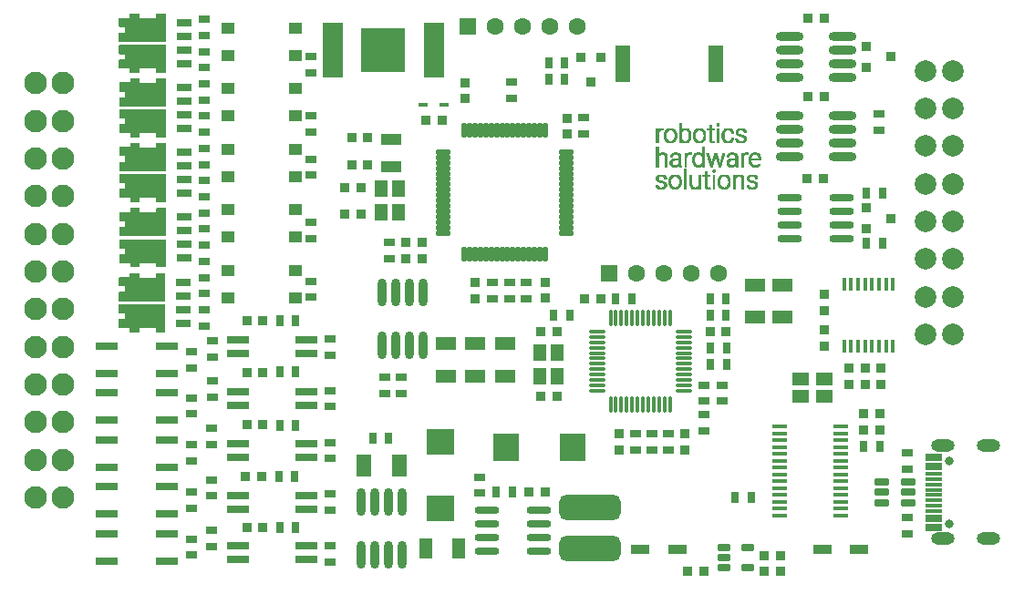
<source format=gts>
G04*
G04 #@! TF.GenerationSoftware,Altium Limited,Altium Designer,24.4.1 (13)*
G04*
G04 Layer_Color=8388736*
%FSLAX25Y25*%
%MOIN*%
G70*
G04*
G04 #@! TF.SameCoordinates,E746E4B7-F6AA-4F53-916A-F77BCC048612*
G04*
G04*
G04 #@! TF.FilePolarity,Negative*
G04*
G01*
G75*
%ADD17C,0.00100*%
%ADD45R,0.04921X0.02559*%
%ADD57R,0.01200X0.04575*%
%ADD65R,0.03937X0.02756*%
%ADD66R,0.03504X0.01457*%
%ADD67R,0.07402X0.20394*%
%ADD68R,0.15984X0.15984*%
%ADD69R,0.03543X0.03543*%
%ADD70O,0.01378X0.06496*%
%ADD71O,0.06496X0.01378*%
%ADD72R,0.09449X0.10315*%
G04:AMPARAMS|DCode=73|XSize=18.11mil|YSize=53.54mil|CornerRadius=4.92mil|HoleSize=0mil|Usage=FLASHONLY|Rotation=90.000|XOffset=0mil|YOffset=0mil|HoleType=Round|Shape=RoundedRectangle|*
%AMROUNDEDRECTD73*
21,1,0.01811,0.04370,0,0,90.0*
21,1,0.00827,0.05354,0,0,90.0*
1,1,0.00984,0.02185,0.00413*
1,1,0.00984,0.02185,-0.00413*
1,1,0.00984,-0.02185,-0.00413*
1,1,0.00984,-0.02185,0.00413*
%
%ADD73ROUNDEDRECTD73*%
G04:AMPARAMS|DCode=74|XSize=18.11mil|YSize=53.54mil|CornerRadius=4.92mil|HoleSize=0mil|Usage=FLASHONLY|Rotation=180.000|XOffset=0mil|YOffset=0mil|HoleType=Round|Shape=RoundedRectangle|*
%AMROUNDEDRECTD74*
21,1,0.01811,0.04370,0,0,180.0*
21,1,0.00827,0.05354,0,0,180.0*
1,1,0.00984,-0.00413,0.02185*
1,1,0.00984,0.00413,0.02185*
1,1,0.00984,0.00413,-0.02185*
1,1,0.00984,-0.00413,-0.02185*
%
%ADD74ROUNDEDRECTD74*%
%ADD75R,0.05118X0.05906*%
%ADD76R,0.05118X0.05906*%
%ADD77O,0.03150X0.10236*%
%ADD78R,0.07480X0.04921*%
%ADD79R,0.05512X0.01575*%
%ADD80R,0.05906X0.05118*%
%ADD81R,0.05906X0.05118*%
%ADD82R,0.02756X0.03937*%
%ADD83R,0.09882X0.09724*%
%ADD84R,0.03543X0.03543*%
%ADD85R,0.04921X0.03937*%
%ADD86R,0.08394X0.02994*%
%ADD87R,0.04921X0.07480*%
%ADD88R,0.05315X0.02953*%
%ADD89R,0.03543X0.04331*%
%ADD90R,0.03465X0.04331*%
%ADD91R,0.04331X0.03209*%
%ADD92R,0.04370X0.03248*%
%ADD93R,0.04331X0.03248*%
G04:AMPARAMS|DCode=94|XSize=224.53mil|YSize=92.65mil|CornerRadius=25.16mil|HoleSize=0mil|Usage=FLASHONLY|Rotation=180.000|XOffset=0mil|YOffset=0mil|HoleType=Round|Shape=RoundedRectangle|*
%AMROUNDEDRECTD94*
21,1,0.22453,0.04232,0,0,180.0*
21,1,0.17421,0.09265,0,0,180.0*
1,1,0.05032,-0.08711,0.02116*
1,1,0.05032,0.08711,0.02116*
1,1,0.05032,0.08711,-0.02116*
1,1,0.05032,-0.08711,-0.02116*
%
%ADD94ROUNDEDRECTD94*%
%ADD95R,0.05315X0.08268*%
%ADD96R,0.05512X0.13780*%
%ADD97R,0.06693X0.03543*%
G04:AMPARAMS|DCode=98|XSize=45.67mil|YSize=29.53mil|CornerRadius=8.37mil|HoleSize=0mil|Usage=FLASHONLY|Rotation=0.000|XOffset=0mil|YOffset=0mil|HoleType=Round|Shape=RoundedRectangle|*
%AMROUNDEDRECTD98*
21,1,0.04567,0.01280,0,0,0.0*
21,1,0.02894,0.02953,0,0,0.0*
1,1,0.01673,0.01447,-0.00640*
1,1,0.01673,-0.01447,-0.00640*
1,1,0.01673,-0.01447,0.00640*
1,1,0.01673,0.01447,0.00640*
%
%ADD98ROUNDEDRECTD98*%
%ADD99R,0.03394X0.03394*%
%ADD100O,0.10236X0.03150*%
%ADD101O,0.09055X0.02756*%
%ADD102R,0.07480X0.04331*%
G04:AMPARAMS|DCode=103|XSize=51.58mil|YSize=27.17mil|CornerRadius=4.87mil|HoleSize=0mil|Usage=FLASHONLY|Rotation=0.000|XOffset=0mil|YOffset=0mil|HoleType=Round|Shape=RoundedRectangle|*
%AMROUNDEDRECTD103*
21,1,0.05158,0.01742,0,0,0.0*
21,1,0.04183,0.02717,0,0,0.0*
1,1,0.00974,0.02092,-0.00871*
1,1,0.00974,-0.02092,-0.00871*
1,1,0.00974,-0.02092,0.00871*
1,1,0.00974,0.02092,0.00871*
%
%ADD103ROUNDEDRECTD103*%
%ADD104R,0.06102X0.01575*%
%ADD105R,0.06102X0.02756*%
%ADD106R,0.03394X0.03394*%
%ADD107R,0.06299X0.06299*%
%ADD108C,0.06299*%
%ADD109C,0.08268*%
%ADD110C,0.07874*%
%ADD111O,0.08661X0.04528*%
%ADD112C,0.03150*%
G36*
X66968Y-123231D02*
X67005Y-123242D01*
X67039Y-123261D01*
X67069Y-123285D01*
X67094Y-123315D01*
X67112Y-123349D01*
X67123Y-123387D01*
X67127Y-123425D01*
Y-131693D01*
Y-133268D01*
X67123Y-133306D01*
X67112Y-133343D01*
X67094Y-133378D01*
X67069Y-133408D01*
X67039Y-133432D01*
X67005Y-133450D01*
X66968Y-133462D01*
X66929Y-133466D01*
X63779D01*
X63741Y-133462D01*
X63704Y-133450D01*
X63670Y-133432D01*
X63640Y-133408D01*
X63615Y-133378D01*
X63597Y-133343D01*
X63586Y-133306D01*
X63582Y-133268D01*
Y-131891D01*
X57580D01*
Y-133268D01*
X57576Y-133306D01*
X57565Y-133343D01*
X57546Y-133378D01*
X57522Y-133408D01*
X57492Y-133432D01*
X57458Y-133450D01*
X57420Y-133462D01*
X57382Y-133466D01*
X54134D01*
X54095Y-133462D01*
X54058Y-133450D01*
X54024Y-133432D01*
X53994Y-133408D01*
X53969Y-133378D01*
X53951Y-133343D01*
X53940Y-133306D01*
X53936Y-133268D01*
Y-131891D01*
X50197D01*
X50158Y-131887D01*
X50121Y-131876D01*
X50087Y-131857D01*
X50057Y-131833D01*
X50032Y-131803D01*
X50014Y-131769D01*
X50003Y-131731D01*
X49999Y-131693D01*
Y-128839D01*
X50003Y-128800D01*
X50014Y-128763D01*
X50032Y-128729D01*
X50057Y-128699D01*
X50087Y-128674D01*
X50121Y-128656D01*
X50158Y-128645D01*
X50197Y-128641D01*
X52164D01*
Y-126576D01*
X50197D01*
X50158Y-126572D01*
X50121Y-126561D01*
X50087Y-126542D01*
X50057Y-126518D01*
X50032Y-126488D01*
X50014Y-126454D01*
X50003Y-126417D01*
X49999Y-126378D01*
Y-123425D01*
X50003Y-123387D01*
X50014Y-123349D01*
X50032Y-123315D01*
X50057Y-123285D01*
X50087Y-123261D01*
X50121Y-123242D01*
X50158Y-123231D01*
X50197Y-123227D01*
X66929D01*
X66968Y-123231D01*
D02*
G37*
G36*
Y-111814D02*
X67005Y-111825D01*
X67039Y-111843D01*
X67069Y-111868D01*
X67094Y-111898D01*
X67112Y-111932D01*
X67123Y-111969D01*
X67127Y-112008D01*
Y-113583D01*
Y-121850D01*
X67123Y-121889D01*
X67112Y-121926D01*
X67094Y-121960D01*
X67069Y-121990D01*
X67039Y-122015D01*
X67005Y-122033D01*
X66968Y-122044D01*
X66929Y-122048D01*
X50197D01*
X50158Y-122044D01*
X50121Y-122033D01*
X50087Y-122015D01*
X50057Y-121990D01*
X50032Y-121960D01*
X50014Y-121926D01*
X50003Y-121889D01*
X49999Y-121850D01*
Y-118898D01*
X50003Y-118859D01*
X50014Y-118822D01*
X50032Y-118788D01*
X50057Y-118758D01*
X50087Y-118733D01*
X50121Y-118715D01*
X50158Y-118704D01*
X50197Y-118700D01*
X52164D01*
Y-116635D01*
X50197D01*
X50158Y-116631D01*
X50121Y-116620D01*
X50087Y-116602D01*
X50057Y-116577D01*
X50032Y-116547D01*
X50014Y-116513D01*
X50003Y-116476D01*
X49999Y-116437D01*
Y-113583D01*
X50003Y-113544D01*
X50014Y-113507D01*
X50032Y-113473D01*
X50057Y-113443D01*
X50087Y-113418D01*
X50121Y-113400D01*
X50158Y-113389D01*
X50197Y-113385D01*
X53936D01*
Y-112008D01*
X53940Y-111969D01*
X53951Y-111932D01*
X53969Y-111898D01*
X53994Y-111868D01*
X54024Y-111843D01*
X54058Y-111825D01*
X54095Y-111814D01*
X54134Y-111810D01*
X57382D01*
X57420Y-111814D01*
X57458Y-111825D01*
X57492Y-111843D01*
X57522Y-111868D01*
X57546Y-111898D01*
X57565Y-111932D01*
X57576Y-111969D01*
X57580Y-112008D01*
Y-113385D01*
X63582D01*
Y-112008D01*
X63586Y-111969D01*
X63597Y-111932D01*
X63615Y-111898D01*
X63640Y-111868D01*
X63670Y-111843D01*
X63704Y-111825D01*
X63741Y-111814D01*
X63779Y-111810D01*
X66929D01*
X66968Y-111814D01*
D02*
G37*
G36*
X67165Y-99412D02*
X67202Y-99424D01*
X67236Y-99442D01*
X67266Y-99466D01*
X67290Y-99496D01*
X67309Y-99531D01*
X67320Y-99568D01*
X67324Y-99606D01*
Y-107874D01*
Y-109449D01*
X67320Y-109487D01*
X67309Y-109525D01*
X67290Y-109559D01*
X67266Y-109589D01*
X67236Y-109613D01*
X67202Y-109632D01*
X67165Y-109643D01*
X67126Y-109647D01*
X63976D01*
X63938Y-109643D01*
X63901Y-109632D01*
X63867Y-109613D01*
X63836Y-109589D01*
X63812Y-109559D01*
X63794Y-109525D01*
X63782Y-109487D01*
X63779Y-109449D01*
Y-108072D01*
X57776D01*
Y-109449D01*
X57773Y-109487D01*
X57762Y-109525D01*
X57743Y-109559D01*
X57719Y-109589D01*
X57689Y-109613D01*
X57654Y-109632D01*
X57617Y-109643D01*
X57579Y-109647D01*
X54331D01*
X54292Y-109643D01*
X54255Y-109632D01*
X54221Y-109613D01*
X54191Y-109589D01*
X54166Y-109559D01*
X54148Y-109525D01*
X54137Y-109487D01*
X54133Y-109449D01*
Y-108072D01*
X50394D01*
X50355Y-108068D01*
X50318Y-108057D01*
X50284Y-108038D01*
X50254Y-108014D01*
X50229Y-107984D01*
X50211Y-107950D01*
X50200Y-107913D01*
X50196Y-107874D01*
Y-105020D01*
X50200Y-104981D01*
X50211Y-104944D01*
X50229Y-104910D01*
X50254Y-104880D01*
X50284Y-104855D01*
X50318Y-104837D01*
X50355Y-104826D01*
X50394Y-104822D01*
X52361D01*
Y-102757D01*
X50394D01*
X50355Y-102753D01*
X50318Y-102742D01*
X50284Y-102724D01*
X50254Y-102699D01*
X50229Y-102669D01*
X50211Y-102635D01*
X50200Y-102598D01*
X50196Y-102559D01*
Y-99606D01*
X50200Y-99568D01*
X50211Y-99531D01*
X50229Y-99496D01*
X50254Y-99466D01*
X50284Y-99442D01*
X50318Y-99424D01*
X50355Y-99412D01*
X50394Y-99409D01*
X67126D01*
X67165Y-99412D01*
D02*
G37*
G36*
Y-87995D02*
X67202Y-88006D01*
X67236Y-88024D01*
X67266Y-88049D01*
X67290Y-88079D01*
X67309Y-88113D01*
X67320Y-88150D01*
X67324Y-88189D01*
Y-89764D01*
Y-98032D01*
X67320Y-98070D01*
X67309Y-98107D01*
X67290Y-98141D01*
X67266Y-98171D01*
X67236Y-98196D01*
X67202Y-98214D01*
X67165Y-98225D01*
X67126Y-98229D01*
X50394D01*
X50355Y-98225D01*
X50318Y-98214D01*
X50284Y-98196D01*
X50254Y-98171D01*
X50229Y-98141D01*
X50211Y-98107D01*
X50200Y-98070D01*
X50196Y-98032D01*
Y-95079D01*
X50200Y-95040D01*
X50211Y-95003D01*
X50229Y-94969D01*
X50254Y-94939D01*
X50284Y-94914D01*
X50318Y-94896D01*
X50355Y-94885D01*
X50394Y-94881D01*
X52361D01*
Y-92816D01*
X50394D01*
X50355Y-92812D01*
X50318Y-92801D01*
X50284Y-92783D01*
X50254Y-92758D01*
X50229Y-92728D01*
X50211Y-92694D01*
X50200Y-92657D01*
X50196Y-92618D01*
Y-89764D01*
X50200Y-89725D01*
X50211Y-89688D01*
X50229Y-89654D01*
X50254Y-89624D01*
X50284Y-89599D01*
X50318Y-89581D01*
X50355Y-89570D01*
X50394Y-89566D01*
X54133D01*
Y-88189D01*
X54137Y-88150D01*
X54148Y-88113D01*
X54166Y-88079D01*
X54191Y-88049D01*
X54221Y-88024D01*
X54255Y-88006D01*
X54292Y-87995D01*
X54331Y-87991D01*
X57579D01*
X57617Y-87995D01*
X57654Y-88006D01*
X57689Y-88024D01*
X57719Y-88049D01*
X57743Y-88079D01*
X57762Y-88113D01*
X57773Y-88150D01*
X57776Y-88189D01*
Y-89566D01*
X63779D01*
Y-88189D01*
X63782Y-88150D01*
X63794Y-88113D01*
X63812Y-88079D01*
X63836Y-88049D01*
X63867Y-88024D01*
X63901Y-88006D01*
X63938Y-87995D01*
X63976Y-87991D01*
X67126D01*
X67165Y-87995D01*
D02*
G37*
G36*
Y-75593D02*
X67202Y-75605D01*
X67236Y-75623D01*
X67266Y-75647D01*
X67290Y-75678D01*
X67309Y-75712D01*
X67320Y-75749D01*
X67324Y-75787D01*
Y-84055D01*
Y-85630D01*
X67320Y-85668D01*
X67309Y-85706D01*
X67290Y-85740D01*
X67266Y-85770D01*
X67236Y-85794D01*
X67202Y-85813D01*
X67165Y-85824D01*
X67126Y-85828D01*
X63976D01*
X63938Y-85824D01*
X63901Y-85813D01*
X63867Y-85794D01*
X63836Y-85770D01*
X63812Y-85740D01*
X63794Y-85706D01*
X63782Y-85668D01*
X63779Y-85630D01*
Y-84253D01*
X57776D01*
Y-85630D01*
X57773Y-85668D01*
X57762Y-85706D01*
X57743Y-85740D01*
X57719Y-85770D01*
X57689Y-85794D01*
X57654Y-85813D01*
X57617Y-85824D01*
X57579Y-85828D01*
X54331D01*
X54292Y-85824D01*
X54255Y-85813D01*
X54221Y-85794D01*
X54191Y-85770D01*
X54166Y-85740D01*
X54148Y-85706D01*
X54137Y-85668D01*
X54133Y-85630D01*
Y-84253D01*
X50394D01*
X50355Y-84249D01*
X50318Y-84238D01*
X50284Y-84220D01*
X50254Y-84195D01*
X50229Y-84165D01*
X50211Y-84131D01*
X50200Y-84094D01*
X50196Y-84055D01*
Y-81201D01*
X50200Y-81162D01*
X50211Y-81125D01*
X50229Y-81091D01*
X50254Y-81061D01*
X50284Y-81036D01*
X50318Y-81018D01*
X50355Y-81007D01*
X50394Y-81003D01*
X52361D01*
Y-78938D01*
X50394D01*
X50355Y-78934D01*
X50318Y-78923D01*
X50284Y-78905D01*
X50254Y-78880D01*
X50229Y-78850D01*
X50211Y-78816D01*
X50200Y-78779D01*
X50196Y-78740D01*
Y-75787D01*
X50200Y-75749D01*
X50211Y-75712D01*
X50229Y-75678D01*
X50254Y-75647D01*
X50284Y-75623D01*
X50318Y-75605D01*
X50355Y-75593D01*
X50394Y-75590D01*
X67126D01*
X67165Y-75593D01*
D02*
G37*
G36*
Y-64176D02*
X67202Y-64187D01*
X67236Y-64206D01*
X67266Y-64230D01*
X67290Y-64260D01*
X67309Y-64294D01*
X67320Y-64332D01*
X67324Y-64370D01*
Y-65945D01*
Y-74213D01*
X67320Y-74251D01*
X67309Y-74288D01*
X67290Y-74322D01*
X67266Y-74353D01*
X67236Y-74377D01*
X67202Y-74395D01*
X67165Y-74407D01*
X67126Y-74410D01*
X50394D01*
X50355Y-74407D01*
X50318Y-74395D01*
X50284Y-74377D01*
X50254Y-74353D01*
X50229Y-74322D01*
X50211Y-74288D01*
X50200Y-74251D01*
X50196Y-74213D01*
Y-71260D01*
X50200Y-71221D01*
X50211Y-71184D01*
X50229Y-71150D01*
X50254Y-71120D01*
X50284Y-71095D01*
X50318Y-71077D01*
X50355Y-71066D01*
X50394Y-71062D01*
X52361D01*
Y-68997D01*
X50394D01*
X50355Y-68993D01*
X50318Y-68982D01*
X50284Y-68964D01*
X50254Y-68939D01*
X50229Y-68909D01*
X50211Y-68875D01*
X50200Y-68838D01*
X50196Y-68799D01*
Y-65945D01*
X50200Y-65906D01*
X50211Y-65869D01*
X50229Y-65835D01*
X50254Y-65805D01*
X50284Y-65780D01*
X50318Y-65762D01*
X50355Y-65751D01*
X50394Y-65747D01*
X54133D01*
Y-64370D01*
X54137Y-64332D01*
X54148Y-64294D01*
X54166Y-64260D01*
X54191Y-64230D01*
X54221Y-64206D01*
X54255Y-64187D01*
X54292Y-64176D01*
X54331Y-64172D01*
X57579D01*
X57617Y-64176D01*
X57654Y-64187D01*
X57689Y-64206D01*
X57719Y-64230D01*
X57743Y-64260D01*
X57762Y-64294D01*
X57773Y-64332D01*
X57776Y-64370D01*
Y-65747D01*
X63779D01*
Y-64370D01*
X63782Y-64332D01*
X63794Y-64294D01*
X63812Y-64260D01*
X63836Y-64230D01*
X63867Y-64206D01*
X63901Y-64187D01*
X63938Y-64176D01*
X63976Y-64172D01*
X67126D01*
X67165Y-64176D01*
D02*
G37*
G36*
Y-51971D02*
X67202Y-51983D01*
X67236Y-52001D01*
X67266Y-52026D01*
X67290Y-52056D01*
X67309Y-52090D01*
X67320Y-52127D01*
X67324Y-52165D01*
Y-60433D01*
Y-62008D01*
X67320Y-62046D01*
X67309Y-62084D01*
X67290Y-62118D01*
X67266Y-62148D01*
X67236Y-62172D01*
X67202Y-62191D01*
X67165Y-62202D01*
X67126Y-62206D01*
X63976D01*
X63938Y-62202D01*
X63901Y-62191D01*
X63867Y-62172D01*
X63836Y-62148D01*
X63812Y-62118D01*
X63794Y-62084D01*
X63782Y-62046D01*
X63779Y-62008D01*
Y-60631D01*
X57776D01*
Y-62008D01*
X57773Y-62046D01*
X57762Y-62084D01*
X57743Y-62118D01*
X57719Y-62148D01*
X57689Y-62172D01*
X57654Y-62191D01*
X57617Y-62202D01*
X57579Y-62206D01*
X54331D01*
X54292Y-62202D01*
X54255Y-62191D01*
X54221Y-62172D01*
X54191Y-62148D01*
X54166Y-62118D01*
X54148Y-62084D01*
X54137Y-62046D01*
X54133Y-62008D01*
Y-60631D01*
X50394D01*
X50355Y-60627D01*
X50318Y-60616D01*
X50284Y-60597D01*
X50254Y-60573D01*
X50229Y-60543D01*
X50211Y-60509D01*
X50200Y-60472D01*
X50196Y-60433D01*
Y-57579D01*
X50200Y-57540D01*
X50211Y-57503D01*
X50229Y-57469D01*
X50254Y-57439D01*
X50284Y-57414D01*
X50318Y-57396D01*
X50355Y-57385D01*
X50394Y-57381D01*
X52361D01*
Y-55316D01*
X50394D01*
X50355Y-55312D01*
X50318Y-55301D01*
X50284Y-55283D01*
X50254Y-55258D01*
X50229Y-55228D01*
X50211Y-55194D01*
X50200Y-55157D01*
X50196Y-55118D01*
Y-52165D01*
X50200Y-52127D01*
X50211Y-52090D01*
X50229Y-52056D01*
X50254Y-52026D01*
X50284Y-52001D01*
X50318Y-51983D01*
X50355Y-51971D01*
X50394Y-51968D01*
X67126D01*
X67165Y-51971D01*
D02*
G37*
G36*
Y-40554D02*
X67202Y-40565D01*
X67236Y-40584D01*
X67266Y-40608D01*
X67290Y-40638D01*
X67309Y-40672D01*
X67320Y-40709D01*
X67324Y-40748D01*
Y-42323D01*
Y-50591D01*
X67320Y-50629D01*
X67309Y-50666D01*
X67290Y-50700D01*
X67266Y-50730D01*
X67236Y-50755D01*
X67202Y-50773D01*
X67165Y-50785D01*
X67126Y-50788D01*
X50394D01*
X50355Y-50785D01*
X50318Y-50773D01*
X50284Y-50755D01*
X50254Y-50730D01*
X50229Y-50700D01*
X50211Y-50666D01*
X50200Y-50629D01*
X50196Y-50591D01*
Y-47638D01*
X50200Y-47599D01*
X50211Y-47562D01*
X50229Y-47528D01*
X50254Y-47498D01*
X50284Y-47473D01*
X50318Y-47455D01*
X50355Y-47444D01*
X50394Y-47440D01*
X52361D01*
Y-45375D01*
X50394D01*
X50355Y-45371D01*
X50318Y-45360D01*
X50284Y-45342D01*
X50254Y-45317D01*
X50229Y-45287D01*
X50211Y-45253D01*
X50200Y-45216D01*
X50196Y-45177D01*
Y-42323D01*
X50200Y-42284D01*
X50211Y-42247D01*
X50229Y-42213D01*
X50254Y-42183D01*
X50284Y-42158D01*
X50318Y-42140D01*
X50355Y-42129D01*
X50394Y-42125D01*
X54133D01*
Y-40748D01*
X54137Y-40709D01*
X54148Y-40672D01*
X54166Y-40638D01*
X54191Y-40608D01*
X54221Y-40584D01*
X54255Y-40565D01*
X54292Y-40554D01*
X54331Y-40550D01*
X57579D01*
X57617Y-40554D01*
X57654Y-40565D01*
X57689Y-40584D01*
X57719Y-40608D01*
X57743Y-40638D01*
X57762Y-40672D01*
X57773Y-40709D01*
X57776Y-40748D01*
Y-42125D01*
X63779D01*
Y-40748D01*
X63782Y-40709D01*
X63794Y-40672D01*
X63812Y-40638D01*
X63836Y-40608D01*
X63867Y-40584D01*
X63901Y-40565D01*
X63938Y-40554D01*
X63976Y-40550D01*
X67126D01*
X67165Y-40554D01*
D02*
G37*
G36*
X67066Y-28330D02*
X67103Y-28341D01*
X67137Y-28359D01*
X67167Y-28384D01*
X67192Y-28414D01*
X67210Y-28448D01*
X67222Y-28485D01*
X67225Y-28524D01*
Y-36791D01*
Y-38366D01*
X67222Y-38405D01*
X67210Y-38442D01*
X67192Y-38476D01*
X67167Y-38506D01*
X67137Y-38531D01*
X67103Y-38549D01*
X67066Y-38560D01*
X67028Y-38564D01*
X63878D01*
X63839Y-38560D01*
X63802Y-38549D01*
X63768Y-38531D01*
X63738Y-38506D01*
X63714Y-38476D01*
X63695Y-38442D01*
X63684Y-38405D01*
X63680Y-38366D01*
Y-36989D01*
X57678D01*
Y-38366D01*
X57674Y-38405D01*
X57663Y-38442D01*
X57645Y-38476D01*
X57620Y-38506D01*
X57590Y-38531D01*
X57556Y-38549D01*
X57519Y-38560D01*
X57480Y-38564D01*
X54232D01*
X54194Y-38560D01*
X54157Y-38549D01*
X54122Y-38531D01*
X54092Y-38506D01*
X54068Y-38476D01*
X54050Y-38442D01*
X54038Y-38405D01*
X54035Y-38366D01*
Y-36989D01*
X50295D01*
X50257Y-36985D01*
X50220Y-36974D01*
X50185Y-36956D01*
X50155Y-36931D01*
X50131Y-36901D01*
X50112Y-36867D01*
X50101Y-36830D01*
X50098Y-36791D01*
Y-33937D01*
X50101Y-33898D01*
X50112Y-33861D01*
X50131Y-33827D01*
X50155Y-33797D01*
X50185Y-33773D01*
X50220Y-33754D01*
X50257Y-33743D01*
X50295Y-33739D01*
X52263D01*
Y-31674D01*
X50295D01*
X50257Y-31670D01*
X50220Y-31659D01*
X50185Y-31641D01*
X50155Y-31616D01*
X50131Y-31586D01*
X50112Y-31552D01*
X50101Y-31515D01*
X50098Y-31477D01*
Y-28524D01*
X50101Y-28485D01*
X50112Y-28448D01*
X50131Y-28414D01*
X50155Y-28384D01*
X50185Y-28359D01*
X50220Y-28341D01*
X50257Y-28330D01*
X50295Y-28326D01*
X67028D01*
X67066Y-28330D01*
D02*
G37*
G36*
Y-16912D02*
X67103Y-16924D01*
X67137Y-16942D01*
X67167Y-16966D01*
X67192Y-16996D01*
X67210Y-17031D01*
X67222Y-17068D01*
X67225Y-17106D01*
Y-18681D01*
Y-26949D01*
X67222Y-26987D01*
X67210Y-27025D01*
X67192Y-27059D01*
X67167Y-27089D01*
X67137Y-27113D01*
X67103Y-27132D01*
X67066Y-27143D01*
X67028Y-27147D01*
X50295D01*
X50257Y-27143D01*
X50220Y-27132D01*
X50185Y-27113D01*
X50155Y-27089D01*
X50131Y-27059D01*
X50112Y-27025D01*
X50101Y-26987D01*
X50098Y-26949D01*
Y-23996D01*
X50101Y-23958D01*
X50112Y-23921D01*
X50131Y-23886D01*
X50155Y-23856D01*
X50185Y-23832D01*
X50220Y-23813D01*
X50257Y-23802D01*
X50295Y-23798D01*
X52263D01*
Y-21733D01*
X50295D01*
X50257Y-21730D01*
X50220Y-21718D01*
X50185Y-21700D01*
X50155Y-21675D01*
X50131Y-21645D01*
X50112Y-21611D01*
X50101Y-21574D01*
X50098Y-21535D01*
Y-18681D01*
X50101Y-18643D01*
X50112Y-18606D01*
X50131Y-18571D01*
X50155Y-18541D01*
X50185Y-18517D01*
X50220Y-18498D01*
X50257Y-18487D01*
X50295Y-18483D01*
X54035D01*
Y-17106D01*
X54038Y-17068D01*
X54050Y-17031D01*
X54068Y-16996D01*
X54092Y-16966D01*
X54122Y-16942D01*
X54157Y-16924D01*
X54194Y-16912D01*
X54232Y-16909D01*
X57480D01*
X57519Y-16912D01*
X57556Y-16924D01*
X57590Y-16942D01*
X57620Y-16966D01*
X57645Y-16996D01*
X57663Y-17031D01*
X57674Y-17068D01*
X57678Y-17106D01*
Y-18483D01*
X63680D01*
Y-17106D01*
X63684Y-17068D01*
X63695Y-17031D01*
X63714Y-16996D01*
X63738Y-16966D01*
X63768Y-16942D01*
X63802Y-16924D01*
X63839Y-16912D01*
X63878Y-16909D01*
X67028D01*
X67066Y-16912D01*
D02*
G37*
D17*
X279033Y-67632D02*
X279933D01*
X278633Y-67832D02*
X279933D01*
X278433Y-67932D02*
X279933D01*
X278333Y-68032D02*
X279933D01*
X277533Y-67832D02*
X278133D01*
X277533Y-67932D02*
X278133D01*
X277533Y-68032D02*
X278133D01*
X277533Y-67732D02*
X278133D01*
X278733D02*
X279933D01*
X282033Y-67632D02*
X283033D01*
X281733Y-67732D02*
X283333D01*
X281533Y-67832D02*
X283533D01*
X281333Y-67932D02*
X283733D01*
X278233Y-68132D02*
X279933D01*
X283633Y-68832D02*
X284333D01*
X283933Y-69732D02*
X284533D01*
X283833Y-69532D02*
X284533D01*
X283733Y-68932D02*
X284433D01*
X283733Y-69032D02*
X284433D01*
X283733Y-69132D02*
X284433D01*
X283833Y-69232D02*
X284433D01*
X283833Y-69432D02*
X284533D01*
X283833Y-69632D02*
X284533D01*
X280333Y-69832D02*
X284533D01*
X280333Y-70332D02*
X284533D01*
X280333Y-69932D02*
X284533D01*
X280333Y-70132D02*
X284533D01*
X280333Y-70232D02*
X284533D01*
X280333Y-70032D02*
X284533D01*
X277533Y-70532D02*
X278133D01*
X277533Y-71532D02*
X278133D01*
X277533Y-70832D02*
X278133D01*
X277533Y-70632D02*
X278133D01*
X277533Y-70732D02*
X278133D01*
X277533Y-70932D02*
X278133D01*
X277533Y-71032D02*
X278133D01*
X277533Y-71132D02*
X278133D01*
X277533Y-71232D02*
X278133D01*
X277533Y-71332D02*
X278133D01*
X277533Y-71432D02*
X278133D01*
X277533Y-71632D02*
X278133D01*
X277533Y-71732D02*
X278133D01*
X277533Y-72732D02*
X278133D01*
X277533Y-71832D02*
X278133D01*
X277533Y-71932D02*
X278133D01*
X277533Y-72032D02*
X278133D01*
X277533Y-72232D02*
X278133D01*
X277533Y-72132D02*
X278133D01*
X277533Y-72332D02*
X278133D01*
X277533Y-72432D02*
X278133D01*
X277533Y-72532D02*
X278133D01*
X277533Y-72632D02*
X278133D01*
X279733Y-76732D02*
X280433D01*
X279633Y-76832D02*
X280333D01*
X282633Y-76732D02*
X283333D01*
X277633D02*
X278333D01*
X277633Y-76832D02*
X278333D01*
X277533Y-76632D02*
X278333D01*
X282733Y-77232D02*
X283433D01*
X279733Y-77532D02*
X280533D01*
X282733Y-77132D02*
X283433D01*
X279633D02*
X280333D01*
X282733Y-77032D02*
X283433D01*
X279633D02*
X280333D01*
X279633Y-77232D02*
X280333D01*
X279733Y-77332D02*
X280433D01*
X279733Y-77432D02*
X280433D01*
X277733Y-77332D02*
X278433D01*
X277733Y-77132D02*
X278433D01*
X277733Y-77032D02*
X278433D01*
X277733Y-77232D02*
X278433D01*
X277733Y-77532D02*
X278433D01*
X277633Y-76932D02*
X278333D01*
X282733D02*
X283433D01*
X279633D02*
X280333D01*
X277733Y-77432D02*
X278433D01*
X267533Y-68432D02*
X268633D01*
X267533Y-68532D02*
X268633D01*
X267433Y-68832D02*
X268033D01*
X268133Y-69032D02*
X268833D01*
X268233Y-69132D02*
X268833D01*
X267333D02*
X267933D01*
X267433Y-68932D02*
X268033D01*
X267433Y-69032D02*
X268033D01*
X267533Y-68732D02*
X268733D01*
X267533Y-68632D02*
X268733D01*
X268133Y-68832D02*
X268733D01*
X268133Y-68932D02*
X268733D01*
X272833Y-68032D02*
X275633D01*
X272733Y-68132D02*
X275733D01*
X275233Y-68532D02*
X275933D01*
X275433Y-68932D02*
X276133D01*
X275333Y-68832D02*
X276033D01*
X275433Y-69032D02*
X276133D01*
X275433Y-69132D02*
X276133D01*
X275033Y-68432D02*
X275933D01*
X274733Y-68232D02*
X275833D01*
X274933Y-68332D02*
X275833D01*
X267833Y-67732D02*
X268433D01*
X267733Y-68032D02*
X268533D01*
X267733Y-67832D02*
X268433D01*
X267733Y-67932D02*
X268433D01*
X267633Y-68132D02*
X268533D01*
X267633Y-68232D02*
X268533D01*
X267633Y-68332D02*
X268633D01*
X270733Y-67932D02*
X271433D01*
X270633Y-68032D02*
X271333D01*
X270533Y-68432D02*
X271233D01*
X270533Y-68532D02*
X271233D01*
X270733Y-67732D02*
X271433D01*
X270733Y-67832D02*
X271433D01*
X270533Y-68332D02*
X271233D01*
X272633Y-68232D02*
X273733D01*
X270633Y-68132D02*
X271333D01*
X270633Y-68232D02*
X271333D01*
X272533Y-68332D02*
X273433D01*
X272433Y-68432D02*
X273333D01*
X272333Y-68532D02*
X273233D01*
X272333Y-68632D02*
X273133D01*
X272333Y-68732D02*
X273033D01*
X270533Y-68632D02*
X271233D01*
X270433Y-68732D02*
X271133D01*
X272733Y-70232D02*
X276133D01*
X273833Y-69832D02*
X276133D01*
X275433Y-69532D02*
X276133D01*
X275433Y-69632D02*
X276133D01*
X275433Y-69732D02*
X276133D01*
X273333Y-69932D02*
X276133D01*
X273033Y-70032D02*
X276133D01*
X272833Y-70132D02*
X276133D01*
X275433Y-69432D02*
X276133D01*
X275433Y-69332D02*
X276133D01*
X273733Y-67632D02*
X274733D01*
X273333Y-67732D02*
X275133D01*
X273133Y-67832D02*
X275333D01*
X272933Y-67932D02*
X275533D01*
X270033Y-70232D02*
X270733D01*
X270233Y-69732D02*
X270833D01*
X270133Y-69932D02*
X270833D01*
X270133Y-70032D02*
X270733D01*
X275233Y-68632D02*
X276033D01*
X275333Y-68732D02*
X276033D01*
X275433Y-69232D02*
X276133D01*
X283833Y-69332D02*
X284533D01*
X280633Y-68732D02*
X281433D01*
X280733Y-68632D02*
X281533D01*
X280533Y-68932D02*
X281233D01*
X280433Y-69132D02*
X281133D01*
X277533Y-69032D02*
X278233D01*
X277533Y-68832D02*
X278333D01*
X277533Y-68932D02*
X278333D01*
X277533Y-68732D02*
X278433D01*
X277533Y-68632D02*
X278533D01*
X280533Y-69032D02*
X281233D01*
X283433Y-68532D02*
X284233D01*
X281133Y-68132D02*
X283933D01*
X282933Y-68232D02*
X284033D01*
X283133Y-68332D02*
X284133D01*
X280833Y-68432D02*
X281733D01*
X280933Y-68332D02*
X281833D01*
X281033Y-68232D02*
X282133D01*
X277533Y-68432D02*
X278733D01*
X277533Y-68332D02*
X278933D01*
X278233Y-68232D02*
X279333D01*
X283333Y-68432D02*
X284133D01*
X280733Y-68532D02*
X281633D01*
X277533D02*
X278633D01*
X267133Y-75832D02*
X267733D01*
X267133Y-75932D02*
X267733D01*
X267133Y-76032D02*
X267733D01*
X267133Y-76132D02*
X267733D01*
X267133Y-76232D02*
X267733D01*
X267133Y-76332D02*
X267733D01*
X267133Y-76432D02*
X267733D01*
X267133Y-75732D02*
X267733D01*
X267133Y-76532D02*
X267733D01*
X267133Y-76632D02*
X267733D01*
X267133Y-76732D02*
X267733D01*
X267133Y-76832D02*
X267733D01*
X267133Y-76932D02*
X267733D01*
X267133Y-77032D02*
X267733D01*
X264333Y-75432D02*
X264933D01*
X264333Y-76332D02*
X264933D01*
X264333Y-76532D02*
X264933D01*
X264333Y-76432D02*
X264933D01*
X264333Y-75632D02*
X264933D01*
X264333Y-75532D02*
X264933D01*
X258733Y-75932D02*
X259433D01*
X258733Y-76032D02*
X259433D01*
X258733Y-77132D02*
X259433D01*
X258733Y-77432D02*
X259433D01*
X258733Y-75732D02*
X259433D01*
X258733Y-75832D02*
X259433D01*
X258733Y-76132D02*
X259433D01*
X258733Y-76232D02*
X259433D01*
X256733Y-75432D02*
X257333D01*
X256733Y-75532D02*
X257333D01*
X256733Y-76232D02*
X257333D01*
X256733Y-75632D02*
X257333D01*
X256733Y-75732D02*
X257333D01*
X256733Y-75832D02*
X257333D01*
X256733Y-75932D02*
X257333D01*
X256733Y-76032D02*
X257333D01*
X256733Y-76132D02*
X257333D01*
X262033Y-77632D02*
X262633D01*
X262033Y-77032D02*
X262633D01*
X262033Y-77432D02*
X262633D01*
X262033Y-77332D02*
X262633D01*
X262033Y-77132D02*
X262633D01*
X262033Y-77232D02*
X262633D01*
X262033Y-76932D02*
X262633D01*
X262033Y-76832D02*
X262633D01*
X262033Y-76732D02*
X262633D01*
X262033Y-76632D02*
X262633D01*
X262033Y-77732D02*
X262633D01*
X262033Y-77532D02*
X262633D01*
X258733Y-76332D02*
X259433D01*
X258733Y-77032D02*
X259433D01*
X258733Y-76632D02*
X259433D01*
X258733Y-76432D02*
X259433D01*
X258733Y-76532D02*
X259433D01*
X258733Y-76732D02*
X259433D01*
X258733Y-76832D02*
X259433D01*
X258733Y-76932D02*
X259433D01*
X262033Y-76532D02*
X262633D01*
X262033Y-76432D02*
X262633D01*
X262033Y-76332D02*
X262633D01*
X256733Y-76832D02*
X257333D01*
X256733Y-77132D02*
X257333D01*
X258733Y-77232D02*
X259433D01*
X258733Y-77532D02*
X259433D01*
X258733Y-77632D02*
X259433D01*
X258733Y-77332D02*
X259433D01*
X256733D02*
X257333D01*
X256733Y-77232D02*
X257333D01*
X256733Y-77432D02*
X257333D01*
X256733Y-77532D02*
X257333D01*
X256733Y-77632D02*
X257333D01*
X256733Y-76532D02*
X257333D01*
X254033Y-76432D02*
X255033D01*
X254233Y-76532D02*
X255133D01*
X254333Y-76632D02*
X255133D01*
X254433Y-76732D02*
X255233D01*
X254433Y-76832D02*
X255233D01*
X254533Y-76932D02*
X255333D01*
X254633Y-77032D02*
X255333D01*
X256733Y-76332D02*
X257333D01*
X256733Y-76432D02*
X257333D01*
X256733Y-76632D02*
X257333D01*
X256733Y-76932D02*
X257333D01*
X256733Y-77032D02*
X257333D01*
X267133Y-78332D02*
X267733D01*
X267133Y-78032D02*
X267733D01*
X267133Y-77332D02*
X267733D01*
X267133Y-77832D02*
X267733D01*
X267133Y-77432D02*
X267733D01*
X267133Y-77532D02*
X267733D01*
X267133Y-77632D02*
X267733D01*
X267133Y-77732D02*
X267733D01*
X267133Y-77932D02*
X267733D01*
X267133Y-78132D02*
X267733D01*
X267133Y-78232D02*
X267733D01*
X267133Y-77232D02*
X267733D01*
X267133Y-77132D02*
X267733D01*
X262033Y-76232D02*
X262633D01*
X262033Y-75732D02*
X262633D01*
X262033Y-75932D02*
X262633D01*
X262033Y-75832D02*
X262633D01*
X262033Y-76032D02*
X262633D01*
X262033Y-76132D02*
X262633D01*
X263333Y-75732D02*
X266033D01*
X263333Y-75832D02*
X266033D01*
X263333Y-75932D02*
X266033D01*
X263333Y-76032D02*
X266033D01*
X263333Y-76132D02*
X266033D01*
X263333Y-76232D02*
X266033D01*
X264333Y-76632D02*
X264933D01*
X264333Y-76732D02*
X264933D01*
X264333Y-76832D02*
X264933D01*
X264333Y-78132D02*
X264933D01*
X264333Y-78232D02*
X264933D01*
X264333Y-77632D02*
X264933D01*
X264333Y-77432D02*
X264933D01*
X264333Y-77332D02*
X264933D01*
X264333Y-77132D02*
X264933D01*
X264333Y-76932D02*
X264933D01*
X264333Y-77232D02*
X264933D01*
X264333Y-77032D02*
X264933D01*
X264333Y-77532D02*
X264933D01*
X264333Y-77732D02*
X264933D01*
X264333Y-77832D02*
X264933D01*
X264333Y-77932D02*
X264933D01*
X264333Y-78032D02*
X264933D01*
X264333Y-78332D02*
X264933D01*
X263033Y-68832D02*
X263833D01*
X263033Y-68932D02*
X263833D01*
X263133Y-69032D02*
X263833D01*
X263233Y-69232D02*
X263833D01*
X263133Y-69132D02*
X263833D01*
X263233Y-69332D02*
X263833D01*
X265033Y-68832D02*
X265733D01*
X265133Y-68932D02*
X265833D01*
X265133Y-69032D02*
X265833D01*
X265133Y-69132D02*
X265833D01*
X265233Y-69232D02*
X265833D01*
X265233Y-69332D02*
X265933D01*
X266733Y-71132D02*
X267333D01*
X265733Y-71032D02*
X266333D01*
X266833Y-70932D02*
X267433D01*
X266733Y-71032D02*
X267333D01*
X266733Y-71232D02*
X267333D01*
X265733D02*
X266433D01*
X265733Y-71132D02*
X266433D01*
X254733D02*
X255433D01*
X254533Y-71732D02*
X255433D01*
X254733Y-71432D02*
X255433D01*
X254733Y-71232D02*
X255433D01*
X254733Y-71332D02*
X255433D01*
X254633Y-71532D02*
X255433D01*
X254533Y-71632D02*
X255433D01*
X254433Y-71832D02*
X255433D01*
X254233Y-71932D02*
X255433D01*
X254133Y-72032D02*
X255433D01*
X253933Y-72132D02*
X255433D01*
X256833Y-72332D02*
X257433D01*
X256833Y-72232D02*
X257433D01*
X253733D02*
X255433D01*
X254833Y-72632D02*
X255533D01*
X254733Y-72332D02*
X255433D01*
X254833Y-72432D02*
X255533D01*
X254833Y-72532D02*
X255533D01*
X254833Y-72732D02*
X255533D01*
X251533Y-68832D02*
X252233D01*
X251533Y-68932D02*
X252233D01*
X251533Y-69032D02*
X252233D01*
X251533Y-69132D02*
X252233D01*
X252433Y-72832D02*
X253733D01*
X251833Y-72432D02*
X254533D01*
X251733Y-72332D02*
X254633D01*
X251933Y-72532D02*
X254433D01*
X252033Y-72632D02*
X254233D01*
X252233Y-72732D02*
X254033D01*
X251633Y-72232D02*
X252733D01*
X251533Y-72132D02*
X252533D01*
X251533Y-71932D02*
X252333D01*
X251533Y-72032D02*
X252433D01*
X249733Y-72732D02*
X250333D01*
X249733Y-72232D02*
X250333D01*
X249733Y-72332D02*
X250333D01*
X249733Y-72432D02*
X250333D01*
X249733Y-72532D02*
X250333D01*
X249733Y-72632D02*
X250333D01*
X249733Y-72132D02*
X250333D01*
X249733Y-72032D02*
X250333D01*
X249733Y-70932D02*
X250333D01*
X249733Y-70532D02*
X250333D01*
X249733Y-70832D02*
X250333D01*
X249733Y-70632D02*
X250333D01*
X249733Y-70732D02*
X250333D01*
X249733Y-71032D02*
X250333D01*
X249733Y-71132D02*
X250333D01*
X249733Y-71232D02*
X250333D01*
X249733Y-71332D02*
X250333D01*
X249733Y-71432D02*
X250333D01*
X249733Y-71632D02*
X250333D01*
X249733Y-71532D02*
X250333D01*
X249733Y-71732D02*
X250333D01*
X249733Y-71832D02*
X250333D01*
X249733Y-71932D02*
X250333D01*
X249733Y-70432D02*
X250333D01*
X249733Y-69232D02*
X250333D01*
X249733Y-69832D02*
X250333D01*
X249733Y-69332D02*
X250333D01*
X249733Y-69432D02*
X250333D01*
X249733Y-69532D02*
X250333D01*
X249733Y-69632D02*
X250333D01*
X249733Y-69732D02*
X250333D01*
X249733Y-69932D02*
X250333D01*
X249733Y-70032D02*
X250333D01*
X249733Y-70232D02*
X250333D01*
X249733Y-70132D02*
X250333D01*
X249733Y-70332D02*
X250333D01*
X251433Y-71632D02*
X252133D01*
X251433Y-71432D02*
X252133D01*
X251933Y-70332D02*
X253533D01*
X251833Y-70432D02*
X253033D01*
X251733Y-70532D02*
X252733D01*
X251633Y-70632D02*
X252533D01*
X251533Y-70932D02*
X252233D01*
X251533Y-70732D02*
X252433D01*
X251533Y-70832D02*
X252333D01*
X251433Y-71032D02*
X252133D01*
X251433Y-71132D02*
X252133D01*
X251433Y-71232D02*
X252133D01*
X251433Y-71532D02*
X252133D01*
X251433Y-71332D02*
X252133D01*
X251433Y-71732D02*
X252133D01*
X251433Y-71832D02*
X252233D01*
X272233Y-68832D02*
X272933D01*
X272233Y-69132D02*
X272933D01*
X272233Y-68932D02*
X272933D01*
X272233Y-69032D02*
X272933D01*
X270333Y-69132D02*
X271033D01*
X270433Y-68832D02*
X271133D01*
X270433Y-68932D02*
X271133D01*
X270433Y-69032D02*
X271033D01*
X270333Y-69232D02*
X271033D01*
X270333Y-69332D02*
X270933D01*
X270233Y-69532D02*
X270933D01*
X270333Y-69432D02*
X270933D01*
X270233Y-69632D02*
X270933D01*
X256833D02*
X257433D01*
X253133Y-69832D02*
X255433D01*
X256833Y-69732D02*
X257433D01*
X256833Y-69832D02*
X257433D01*
X252633Y-69932D02*
X255433D01*
X252333Y-70032D02*
X255433D01*
X254733Y-69732D02*
X255433D01*
X254733Y-69632D02*
X255433D01*
X252133Y-70132D02*
X255433D01*
X252033Y-70232D02*
X255433D01*
X267233Y-69532D02*
X267833D01*
X267233Y-69632D02*
X267833D01*
X267133Y-69732D02*
X267833D01*
X267133Y-69832D02*
X267733D01*
X268233Y-69232D02*
X268833D01*
X268233Y-69332D02*
X268933D01*
X267333Y-69232D02*
X267933D01*
X267333Y-69332D02*
X267933D01*
X267233Y-69432D02*
X267933D01*
X268333D02*
X268933D01*
X268333Y-69532D02*
X268933D01*
X256833Y-68832D02*
X257633D01*
X254633D02*
X255333D01*
X254533Y-68632D02*
X255333D01*
X254633Y-68732D02*
X255333D01*
X254733Y-68932D02*
X255433D01*
X254733Y-69032D02*
X255433D01*
X256833D02*
X257533D01*
X256833Y-68932D02*
X257633D01*
X256833Y-68732D02*
X257733D01*
X256833Y-68632D02*
X257833D01*
X251633D02*
X252433D01*
X251633Y-68732D02*
X252333D01*
X251633Y-68532D02*
X252533D01*
X254733Y-69332D02*
X255433D01*
X254733Y-69432D02*
X255433D01*
X254733Y-69532D02*
X255433D01*
X256833Y-69332D02*
X257433D01*
X256833Y-69432D02*
X257433D01*
X256833Y-69532D02*
X257433D01*
X259733Y-69332D02*
X260433D01*
X259733Y-69432D02*
X260433D01*
X259733Y-69532D02*
X260433D01*
X259733Y-69232D02*
X260533D01*
X259833Y-69132D02*
X260533D01*
X259933Y-68832D02*
X260633D01*
X259833Y-69032D02*
X260533D01*
X259833Y-68932D02*
X260633D01*
X259933Y-68732D02*
X260733D01*
X260033Y-68632D02*
X260833D01*
X254733Y-70932D02*
X255433D01*
X254733Y-70332D02*
X255433D01*
X254733Y-70432D02*
X255433D01*
X254733Y-70532D02*
X255433D01*
X254733Y-70632D02*
X255433D01*
X254733Y-70732D02*
X255433D01*
X254733Y-70832D02*
X255433D01*
X254733Y-71032D02*
X255433D01*
X246433Y-70232D02*
X247133D01*
X246433Y-70632D02*
X247133D01*
X246433Y-70332D02*
X247133D01*
X246433Y-70432D02*
X247133D01*
X246433Y-70532D02*
X247133D01*
X246433Y-70732D02*
X247133D01*
X246433Y-70832D02*
X247133D01*
X246433Y-70932D02*
X247133D01*
X246433Y-71032D02*
X247133D01*
X246433Y-71132D02*
X247133D01*
X246433Y-71932D02*
X247133D01*
X246433Y-71332D02*
X247133D01*
X246433Y-71232D02*
X247133D01*
X246433Y-71432D02*
X247133D01*
X246433Y-71532D02*
X247133D01*
X246433Y-71632D02*
X247133D01*
X246433Y-71732D02*
X247133D01*
X246433Y-71832D02*
X247133D01*
X246433Y-72032D02*
X247133D01*
X246433Y-72132D02*
X247133D01*
X246433Y-72232D02*
X247133D01*
X246433Y-72332D02*
X247133D01*
X246433Y-72632D02*
X247133D01*
X246433Y-72432D02*
X247133D01*
X246433Y-72532D02*
X247133D01*
X246433Y-72732D02*
X247133D01*
X246433Y-70132D02*
X247133D01*
X246433Y-69732D02*
X247133D01*
X246433Y-69832D02*
X247133D01*
X246433Y-69932D02*
X247133D01*
X246433Y-70032D02*
X247133D01*
X246433Y-69032D02*
X247233D01*
X246433Y-69332D02*
X247133D01*
X246433Y-69132D02*
X247233D01*
X246433Y-69232D02*
X247133D01*
X246433Y-69432D02*
X247133D01*
X246433Y-69532D02*
X247133D01*
X246433Y-69632D02*
X247133D01*
X249633Y-69132D02*
X250333D01*
X254733Y-69232D02*
X255433D01*
X254733Y-69132D02*
X255433D01*
X256833Y-69232D02*
X257533D01*
X256833Y-69132D02*
X257533D01*
X249633Y-69032D02*
X250333D01*
X265533Y-70332D02*
X266133D01*
X265633Y-70632D02*
X266233D01*
X265533Y-70432D02*
X266233D01*
X265533Y-70532D02*
X266233D01*
X265633Y-70732D02*
X266233D01*
X265633Y-70832D02*
X266333D01*
X265733Y-70932D02*
X266333D01*
X266933Y-70532D02*
X267533D01*
X266933Y-70332D02*
X267633D01*
X266933Y-70432D02*
X267533D01*
X266933Y-70632D02*
X267533D01*
X266833Y-70732D02*
X267433D01*
X266833Y-70832D02*
X267433D01*
X261033Y-72832D02*
X262333D01*
X266133Y-72632D02*
X266833D01*
X266233Y-72732D02*
X266833D01*
X260433Y-72432D02*
X263033D01*
X260833Y-72732D02*
X262633D01*
X260633Y-72632D02*
X262833D01*
X263233Y-72732D02*
X263833D01*
X263233Y-72432D02*
X263833D01*
X263233Y-72632D02*
X263833D01*
X263233Y-72532D02*
X263833D01*
X259833Y-71532D02*
X260633D01*
X260033Y-71832D02*
X260733D01*
X260033Y-71932D02*
X260833D01*
X260133Y-72032D02*
X260933D01*
X260133Y-72132D02*
X261133D01*
X260233Y-72232D02*
X261333D01*
X259933Y-71632D02*
X260633D01*
X259933Y-71732D02*
X260733D01*
X259733Y-69632D02*
X260433D01*
X259733Y-69832D02*
X260333D01*
X259733Y-69732D02*
X260433D01*
X256833Y-70332D02*
X257433D01*
X256833Y-69932D02*
X257433D01*
X256833Y-70132D02*
X257433D01*
X256833Y-70032D02*
X257433D01*
X256833Y-70232D02*
X257433D01*
X256833Y-70632D02*
X257433D01*
X256833Y-70432D02*
X257433D01*
X256833Y-70532D02*
X257433D01*
X259733Y-71032D02*
X260433D01*
X259733Y-70632D02*
X260333D01*
X259733Y-70032D02*
X260333D01*
X259733Y-69932D02*
X260333D01*
X259733Y-70132D02*
X260333D01*
X259733Y-70232D02*
X260333D01*
X259733Y-70332D02*
X260333D01*
X259733Y-70432D02*
X260333D01*
X259733Y-70532D02*
X260333D01*
X259733Y-70732D02*
X260333D01*
X259733Y-70832D02*
X260433D01*
X259733Y-70932D02*
X260433D01*
X259733Y-71132D02*
X260433D01*
X259733Y-71232D02*
X260433D01*
X259833Y-71332D02*
X260533D01*
X259833Y-71432D02*
X260533D01*
X263233Y-69432D02*
X263833D01*
X263233Y-69732D02*
X263833D01*
X263233Y-69532D02*
X263833D01*
X263233Y-69632D02*
X263833D01*
X263233Y-69832D02*
X263833D01*
X265233Y-69532D02*
X265933D01*
X265233Y-69432D02*
X265933D01*
X265333Y-69632D02*
X265933D01*
X265333Y-69732D02*
X266033D01*
X265333Y-69832D02*
X266033D01*
X265433Y-69932D02*
X266033D01*
X265433Y-70032D02*
X266133D01*
X265433Y-70232D02*
X266133D01*
X265433Y-70132D02*
X266133D01*
X263033Y-71632D02*
X263833D01*
X263133Y-71432D02*
X263833D01*
X263133Y-71532D02*
X263833D01*
X263233Y-70132D02*
X263833D01*
X263233Y-70432D02*
X263833D01*
X263233Y-71332D02*
X263833D01*
X263233Y-70532D02*
X263833D01*
X263233Y-71032D02*
X263833D01*
X263233Y-70632D02*
X263833D01*
X263233Y-70932D02*
X263833D01*
X263233Y-71232D02*
X263833D01*
X263233Y-71132D02*
X263833D01*
X263233Y-70732D02*
X263833D01*
X263233Y-70832D02*
X263833D01*
X265933Y-71632D02*
X267233D01*
X262933Y-71832D02*
X263833D01*
X263033Y-71732D02*
X263833D01*
X265933D02*
X267133D01*
X265933Y-71832D02*
X267133D01*
X265833Y-71532D02*
X266533D01*
X265833Y-71432D02*
X266433D01*
X265833Y-71332D02*
X266433D01*
X266633D02*
X267233D01*
X266633Y-71432D02*
X267233D01*
X266633Y-71532D02*
X267233D01*
X262833Y-71932D02*
X263833D01*
X262333Y-72232D02*
X263833D01*
X262533Y-72132D02*
X263833D01*
X262733Y-72032D02*
X263833D01*
X265933Y-71932D02*
X267133D01*
X266033Y-72032D02*
X267033D01*
X266033Y-72132D02*
X267033D01*
X266033Y-72232D02*
X267033D01*
X266133Y-72332D02*
X266933D01*
X266133Y-72432D02*
X266933D01*
X266133Y-72532D02*
X266933D01*
X260333Y-72332D02*
X263133D01*
X260533Y-72532D02*
X262933D01*
X263233Y-72332D02*
X263833D01*
X264333Y-74932D02*
X264933D01*
X267333Y-74732D02*
X267633D01*
X264333Y-74532D02*
X264933D01*
X264333Y-74832D02*
X264933D01*
X264333Y-75332D02*
X264933D01*
X264333Y-75232D02*
X264933D01*
X264333Y-75032D02*
X264933D01*
X264333Y-74632D02*
X264933D01*
X264333Y-75132D02*
X264933D01*
X264333Y-74732D02*
X264933D01*
X263233Y-70332D02*
X263833D01*
X263233Y-70032D02*
X263833D01*
X263233Y-70232D02*
X263833D01*
X263233Y-69932D02*
X263833D01*
X268733Y-70732D02*
X269333D01*
X267033Y-70232D02*
X267633D01*
X267033Y-70032D02*
X267733D01*
X267133Y-69932D02*
X267733D01*
X267033Y-70132D02*
X267633D01*
X268533Y-70032D02*
X269133D01*
X268433Y-69932D02*
X269133D01*
X268533Y-70132D02*
X269133D01*
X268533Y-70232D02*
X269233D01*
X268633Y-70532D02*
X269233D01*
X268633Y-70632D02*
X269333D01*
X268733Y-70832D02*
X269333D01*
X279633Y-68232D02*
X279933D01*
X277533D02*
X278133D01*
X277533Y-68132D02*
X278133D01*
X281233Y-68032D02*
X283833D01*
X268333Y-69632D02*
X269033D01*
X268433Y-69732D02*
X269033D01*
X268433Y-69832D02*
X269033D01*
X272233Y-70832D02*
X273033D01*
X275433Y-71332D02*
X276133D01*
X275233Y-71632D02*
X276133D01*
X275433Y-71432D02*
X276133D01*
X275333Y-71532D02*
X276133D01*
X275233Y-71732D02*
X276133D01*
X275133Y-71832D02*
X276133D01*
X274933Y-71932D02*
X276133D01*
X274833Y-72032D02*
X276133D01*
X274633Y-72132D02*
X276133D01*
X274433Y-72232D02*
X276133D01*
X275433Y-72332D02*
X276133D01*
X275533Y-72432D02*
X276233D01*
X275533Y-72532D02*
X276233D01*
X269033Y-71832D02*
X270233D01*
X269133Y-72132D02*
X270133D01*
X269133Y-71932D02*
X270233D01*
X269133Y-72032D02*
X270233D01*
X269333Y-72532D02*
X270033D01*
X269233Y-72332D02*
X270133D01*
X269233Y-72232D02*
X270133D01*
X269233Y-72432D02*
X270033D01*
X269333Y-72632D02*
X270033D01*
X269333Y-72732D02*
X270033D01*
X267233Y-73932D02*
X267633D01*
X267033Y-74532D02*
X267833D01*
X267033Y-74132D02*
X267833D01*
X267033Y-74432D02*
X267833D01*
X267133Y-74032D02*
X267833D01*
X267033Y-74232D02*
X267933D01*
X267033Y-74332D02*
X267933D01*
X267133Y-74632D02*
X267833D01*
X270133Y-69832D02*
X270833D01*
X270133Y-70132D02*
X270733D01*
X270033Y-70532D02*
X270633D01*
X269933Y-70632D02*
X270633D01*
X269933Y-70732D02*
X270533D01*
X269933Y-70832D02*
X270533D01*
X275433Y-70532D02*
X276133D01*
X272433D02*
X273433D01*
X272333Y-70632D02*
X273233D01*
X272233Y-70732D02*
X273133D01*
X275433Y-70832D02*
X276133D01*
X275433Y-70932D02*
X276133D01*
X275433Y-71032D02*
X276133D01*
X275433Y-71132D02*
X276133D01*
X275433Y-70632D02*
X276133D01*
X275433Y-70732D02*
X276133D01*
X275433Y-71232D02*
X276133D01*
X272133Y-71132D02*
X272833D01*
X272133Y-71232D02*
X272833D01*
X268833Y-71132D02*
X269433D01*
X269833D02*
X270433D01*
X268933Y-71332D02*
X269533D01*
X268833Y-71232D02*
X269533D01*
X269833D02*
X270433D01*
X268933Y-71432D02*
X269533D01*
X269733Y-71332D02*
X270433D01*
X269733Y-71432D02*
X270333D01*
X268933Y-71532D02*
X269633D01*
X269733D02*
X270333D01*
X269033Y-71632D02*
X269633D01*
X269733D02*
X270333D01*
X269033Y-71732D02*
X270233D01*
X268733Y-70932D02*
X269433D01*
X269833Y-71032D02*
X270533D01*
X269933Y-70932D02*
X270533D01*
X268833Y-71032D02*
X269433D01*
X272233Y-70932D02*
X272933D01*
X272133Y-71032D02*
X272833D01*
X272433Y-72332D02*
X275333D01*
X272133Y-71832D02*
X272933D01*
X272133Y-71732D02*
X272833D01*
X272133Y-71632D02*
X272833D01*
X272133Y-71332D02*
X272833D01*
X272133Y-71432D02*
X272833D01*
X272133Y-71532D02*
X272833D01*
X272233Y-71932D02*
X273033D01*
X272333Y-72232D02*
X273433D01*
X272233Y-72032D02*
X273133D01*
X272233Y-72132D02*
X273233D01*
X272533Y-72432D02*
X275233D01*
X272633Y-72532D02*
X275133D01*
X272733Y-72632D02*
X274933D01*
X273133Y-72832D02*
X274433D01*
X272933Y-72732D02*
X274733D01*
X275533Y-72632D02*
X276233D01*
X275533Y-72732D02*
X276233D01*
X274533Y-76632D02*
X275633D01*
X274533Y-76732D02*
X275533D01*
X274533Y-76232D02*
X275133D01*
X276133Y-75732D02*
X277433D01*
X274533Y-75832D02*
X275133D01*
X275833D02*
X277733D01*
X275733Y-75932D02*
X277833D01*
X275533Y-76032D02*
X277933D01*
X274533Y-75732D02*
X275133D01*
X274533Y-75932D02*
X275133D01*
X274533Y-76032D02*
X275133D01*
X274533Y-76132D02*
X275133D01*
X275433D02*
X278033D01*
X275333Y-76232D02*
X276433D01*
X276833D02*
X278133D01*
X277233Y-76332D02*
X278233D01*
X277333Y-76432D02*
X278233D01*
X277433Y-76532D02*
X278233D01*
X270433Y-75732D02*
X271933D01*
X270233Y-75832D02*
X272133D01*
X270033Y-75932D02*
X272333D01*
X269833Y-76032D02*
X272533D01*
X269733Y-76132D02*
X272633D01*
X272433Y-76932D02*
X273233D01*
X272333Y-76832D02*
X273133D01*
X269333Y-76632D02*
X270133D01*
X269433Y-76432D02*
X270433D01*
X269333Y-76532D02*
X270233D01*
X272233Y-76632D02*
X273033D01*
X272333Y-76732D02*
X273133D01*
X272133Y-76532D02*
X273033D01*
X271933Y-76432D02*
X272933D01*
X269533Y-76332D02*
X270633D01*
X269633Y-76232D02*
X270933D01*
X271733Y-76332D02*
X272833D01*
X271433Y-76232D02*
X272733D01*
X274533Y-76932D02*
X275433D01*
X274533Y-76432D02*
X275933D01*
X274533Y-76532D02*
X275733D01*
X274533Y-76832D02*
X275533D01*
X274533Y-76332D02*
X275133D01*
X275233D02*
X276133D01*
X265133Y-80932D02*
X265833D01*
X265933Y-80332D02*
X266033D01*
X264533Y-80532D02*
X266033D01*
X264433Y-80332D02*
X265333D01*
X264433Y-80432D02*
X266033D01*
X264533Y-80632D02*
X266033D01*
X264633Y-80732D02*
X266133D01*
X264833Y-80832D02*
X266133D01*
X264333Y-78432D02*
X264933D01*
X264333Y-78732D02*
X264933D01*
X264333Y-78532D02*
X264933D01*
X264333Y-78632D02*
X264933D01*
X264333Y-78832D02*
X264933D01*
X264333Y-78932D02*
X264933D01*
X264333Y-79032D02*
X264933D01*
X249133Y-78932D02*
X250033D01*
X251033Y-79032D02*
X251733D01*
X251033Y-78932D02*
X251733D01*
X251133Y-79432D02*
X251833D01*
X251033Y-79132D02*
X251733D01*
X251033Y-79232D02*
X251733D01*
X251133Y-79332D02*
X251833D01*
X251133Y-79532D02*
X251933D01*
X249433Y-79232D02*
X250133D01*
X249233Y-79032D02*
X250033D01*
X249333Y-79132D02*
X250133D01*
X249433Y-79332D02*
X250133D01*
X249433Y-79432D02*
X250133D01*
X249433Y-79532D02*
X250133D01*
X254133Y-80132D02*
X255033D01*
X254533Y-79732D02*
X255333D01*
X254533Y-79632D02*
X255333D01*
X254333Y-79932D02*
X255233D01*
X254233Y-80032D02*
X255133D01*
X254433Y-79832D02*
X255233D01*
X264333Y-80232D02*
X265133D01*
X264333Y-79932D02*
X265033D01*
X264333Y-80132D02*
X265033D01*
X264333Y-79832D02*
X264933D01*
X264333Y-79632D02*
X264933D01*
X264333Y-79432D02*
X264933D01*
X264333Y-79332D02*
X264933D01*
X264333Y-79232D02*
X264933D01*
X264333Y-79132D02*
X264933D01*
X264333Y-79732D02*
X264933D01*
X264333Y-79532D02*
X264933D01*
X264333Y-80032D02*
X265033D01*
X256733Y-73632D02*
X257333D01*
X256733Y-73732D02*
X257333D01*
X256733Y-73832D02*
X257333D01*
X256733Y-75132D02*
X257333D01*
X256833Y-70732D02*
X257433D01*
X256833Y-71332D02*
X257433D01*
X256833Y-71432D02*
X257433D01*
X256833Y-71532D02*
X257433D01*
X256833Y-71832D02*
X257433D01*
X256833Y-71632D02*
X257433D01*
X256833Y-71732D02*
X257433D01*
X256833Y-71932D02*
X257433D01*
X256833Y-72032D02*
X257433D01*
X256833Y-72132D02*
X257433D01*
X256833Y-71232D02*
X257433D01*
X256833Y-71032D02*
X257433D01*
X256833Y-71132D02*
X257433D01*
X256833Y-70832D02*
X257433D01*
X256833Y-72532D02*
X257433D01*
X256833Y-72432D02*
X257433D01*
X256833Y-70932D02*
X257433D01*
X256833Y-72632D02*
X257433D01*
X256833Y-72732D02*
X257433D01*
X256733Y-75232D02*
X257333D01*
X256733Y-74632D02*
X257333D01*
X256733Y-74332D02*
X257333D01*
X256733Y-74032D02*
X257333D01*
X256733Y-74132D02*
X257333D01*
X256733Y-74232D02*
X257333D01*
X256733Y-74432D02*
X257333D01*
X256733Y-74532D02*
X257333D01*
X256733Y-73932D02*
X257333D01*
X256733Y-74732D02*
X257333D01*
X256733Y-74832D02*
X257333D01*
X256733Y-75032D02*
X257333D01*
X256733Y-74932D02*
X257333D01*
X256733Y-75332D02*
X257333D01*
X246333Y-76832D02*
X247033D01*
X246533Y-76332D02*
X247533D01*
X246433Y-76532D02*
X247233D01*
X246533Y-76432D02*
X247433D01*
X246433Y-76732D02*
X247133D01*
X246433Y-76632D02*
X247133D01*
X246333Y-76932D02*
X247033D01*
X246333Y-77032D02*
X247033D01*
X246333Y-77132D02*
X247033D01*
X246433Y-77532D02*
X247233D01*
X246333Y-77232D02*
X247033D01*
X246433Y-77332D02*
X247133D01*
X246433Y-77432D02*
X247133D01*
X252533Y-75732D02*
X254033D01*
X252333Y-75832D02*
X254233D01*
X252133Y-75932D02*
X254433D01*
X247433Y-75732D02*
X248933D01*
X246733Y-76132D02*
X249733D01*
X247133Y-75832D02*
X249233D01*
X247033Y-75932D02*
X249433D01*
X246833Y-76032D02*
X249533D01*
X246633Y-76232D02*
X247933D01*
X248433D02*
X249733D01*
X256733Y-76732D02*
X257333D01*
X248833Y-76332D02*
X249833D01*
X248933Y-76432D02*
X249933D01*
X249333Y-76732D02*
X250033D01*
X249233Y-76632D02*
X250033D01*
X249133Y-76532D02*
X249933D01*
X251233Y-77032D02*
X251933D01*
X251333Y-76732D02*
X252133D01*
X251233Y-76832D02*
X252033D01*
X251233Y-76932D02*
X252033D01*
X249333Y-76832D02*
X250033D01*
X249433Y-76932D02*
X250133D01*
X249433Y-77032D02*
X250133D01*
X251433Y-76632D02*
X252233D01*
X253833Y-76332D02*
X254933D01*
X251833Y-76132D02*
X254733D01*
X251933Y-76032D02*
X254633D01*
X253533Y-76232D02*
X254833D01*
X251733D02*
X253033D01*
X251633Y-76332D02*
X252733D01*
X251533Y-76432D02*
X252533D01*
X251433Y-76532D02*
X252333D01*
X246233Y-79432D02*
X246833D01*
X246233Y-79732D02*
X246933D01*
X246233Y-79532D02*
X246933D01*
X246233Y-79632D02*
X246933D01*
X246233Y-79832D02*
X247033D01*
X246333Y-79932D02*
X247033D01*
X246333Y-80032D02*
X247133D01*
X246433Y-80132D02*
X247333D01*
X246433Y-80232D02*
X247433D01*
X246533Y-80332D02*
X247733D01*
X251033Y-78832D02*
X251633D01*
X250933Y-78532D02*
X251633D01*
X250933Y-78032D02*
X251633D01*
X250933Y-78232D02*
X251633D01*
X250933Y-78132D02*
X251633D01*
X251033Y-78632D02*
X251633D01*
X251033Y-78732D02*
X251633D01*
X250933Y-78332D02*
X251633D01*
X250933Y-78432D02*
X251633D01*
X251033Y-77832D02*
X251633D01*
X251033Y-77932D02*
X251633D01*
X254633Y-77132D02*
X255433D01*
X254733Y-77332D02*
X255433D01*
X254733Y-77232D02*
X255433D01*
X254833Y-77432D02*
X255533D01*
X254833Y-77532D02*
X255533D01*
X254833Y-77632D02*
X255533D01*
X254833Y-77732D02*
X255533D01*
X254933Y-77832D02*
X255533D01*
X254933Y-77932D02*
X255533D01*
X254933Y-78132D02*
X255533D01*
X254933Y-78232D02*
X255533D01*
X254933Y-78032D02*
X255533D01*
X254833Y-78932D02*
X255533D01*
X254933Y-78432D02*
X255533D01*
X254933Y-78632D02*
X255533D01*
X254833Y-78832D02*
X255533D01*
X254933Y-78732D02*
X255533D01*
X254933Y-78332D02*
X255533D01*
X254933Y-78532D02*
X255533D01*
X256733Y-78932D02*
X257333D01*
X256733Y-78132D02*
X257333D01*
X256733Y-78032D02*
X257333D01*
X256733Y-77732D02*
X257333D01*
X256733Y-77832D02*
X257333D01*
X256733Y-77932D02*
X257333D01*
X256733Y-78232D02*
X257333D01*
X256733Y-78632D02*
X257333D01*
X256733Y-78432D02*
X257333D01*
X256733Y-78332D02*
X257333D01*
X256733Y-78532D02*
X257333D01*
X256733Y-78732D02*
X257333D01*
X256733Y-78832D02*
X257333D01*
X254833Y-79032D02*
X255533D01*
X254833Y-79132D02*
X255533D01*
X254733Y-79232D02*
X255433D01*
X254733Y-79332D02*
X255433D01*
X254733Y-79432D02*
X255433D01*
X254633Y-79532D02*
X255333D01*
X252833Y-80932D02*
X253633D01*
X251733Y-80432D02*
X254733D01*
X251933Y-80532D02*
X254633D01*
X252033Y-80632D02*
X254533D01*
X252233Y-80732D02*
X254333D01*
X252433Y-80832D02*
X254133D01*
X253633Y-80332D02*
X254833D01*
X253933Y-80232D02*
X254933D01*
X251633D02*
X252633D01*
X251633Y-80332D02*
X252933D01*
X256733Y-79032D02*
X257333D01*
X256733Y-79132D02*
X257333D01*
X256733Y-79232D02*
X257333D01*
X256733Y-79332D02*
X257333D01*
X256733Y-79532D02*
X257333D01*
X256733Y-79432D02*
X257333D01*
X256733Y-79632D02*
X257333D01*
X256733Y-79732D02*
X257333D01*
X256733Y-80832D02*
X257333D01*
X256733Y-80032D02*
X257333D01*
X256733Y-79832D02*
X257333D01*
X256733Y-79932D02*
X257333D01*
X256733Y-80132D02*
X257333D01*
X256733Y-80232D02*
X257333D01*
X256733Y-80332D02*
X257333D01*
X256733Y-80432D02*
X257333D01*
X256733Y-80532D02*
X257333D01*
X256733Y-80632D02*
X257333D01*
X256733Y-80732D02*
X257333D01*
X251133Y-77132D02*
X251933D01*
X251133Y-77232D02*
X251833D01*
X251033Y-77332D02*
X251833D01*
X251033Y-77432D02*
X251733D01*
X251033Y-77532D02*
X251733D01*
X251033Y-77632D02*
X251733D01*
X251033Y-77732D02*
X251733D01*
X249433Y-77232D02*
X250133D01*
X249433Y-77132D02*
X250133D01*
X246433Y-77632D02*
X247433D01*
X246733Y-77932D02*
X248233D01*
X246533Y-77732D02*
X247633D01*
X246633Y-77832D02*
X247833D01*
X248133Y-78532D02*
X249733D01*
X246833Y-78032D02*
X248633D01*
X246933Y-78132D02*
X248933D01*
X247133Y-78232D02*
X249233D01*
X247733Y-78432D02*
X249633D01*
X247433Y-78332D02*
X249433D01*
X248833Y-78732D02*
X249933D01*
X248533Y-78632D02*
X249833D01*
X249033Y-78832D02*
X249933D01*
X249233Y-80032D02*
X250033D01*
X251233Y-79632D02*
X251933D01*
X251233Y-79732D02*
X252033D01*
X251333Y-79832D02*
X252133D01*
X251333Y-79932D02*
X252233D01*
X251433Y-80032D02*
X252333D01*
X251533Y-80132D02*
X252433D01*
X249433Y-79732D02*
X250133D01*
X249433Y-79832D02*
X250133D01*
X249333Y-79932D02*
X250033D01*
X249133Y-80132D02*
X250033D01*
X248933Y-80232D02*
X249933D01*
X249433Y-79632D02*
X250133D01*
X247733Y-80932D02*
X248633D01*
X246633Y-80432D02*
X249733D01*
X246733Y-80532D02*
X249633D01*
X247033Y-80732D02*
X249333D01*
X248633Y-80332D02*
X249833D01*
X246933Y-80632D02*
X249533D01*
X247333Y-80832D02*
X249133D01*
X267133Y-78432D02*
X267733D01*
X267133Y-78932D02*
X267733D01*
X267133Y-78532D02*
X267733D01*
X267133Y-78632D02*
X267733D01*
X267133Y-78732D02*
X267733D01*
X267133Y-78832D02*
X267733D01*
X267133Y-79032D02*
X267733D01*
X267133Y-79132D02*
X267733D01*
X267133Y-79232D02*
X267733D01*
X267133Y-79332D02*
X267733D01*
X267133Y-79432D02*
X267733D01*
X267133Y-79532D02*
X267733D01*
X262033Y-77832D02*
X262633D01*
X262033Y-78932D02*
X262633D01*
X262033Y-78732D02*
X262633D01*
X262033Y-78532D02*
X262633D01*
X262033Y-78432D02*
X262633D01*
X262033Y-78632D02*
X262633D01*
X262033Y-78332D02*
X262633D01*
X262033Y-78232D02*
X262633D01*
X262033Y-78032D02*
X262633D01*
X262033Y-78132D02*
X262633D01*
X262033Y-78832D02*
X262633D01*
X262033Y-77932D02*
X262633D01*
X262033Y-79032D02*
X262633D01*
X258733Y-78132D02*
X259433D01*
X258733Y-78932D02*
X259433D01*
X258733Y-78732D02*
X259433D01*
X258733Y-78332D02*
X259433D01*
X258733Y-78232D02*
X259433D01*
X258733Y-78432D02*
X259433D01*
X258733Y-78632D02*
X259433D01*
X258733Y-78532D02*
X259433D01*
X258733Y-78832D02*
X259433D01*
X258733Y-79032D02*
X259433D01*
X258733Y-79132D02*
X259433D01*
X258733Y-79232D02*
X259433D01*
X258733Y-79432D02*
X259433D01*
X258933Y-80032D02*
X259733D01*
X258733Y-79332D02*
X259433D01*
X258733Y-79532D02*
X259433D01*
X258733Y-79632D02*
X259533D01*
X258833Y-79732D02*
X259533D01*
X258833Y-79832D02*
X259533D01*
X258833Y-79932D02*
X259633D01*
X258933Y-80132D02*
X259833D01*
X259033Y-80232D02*
X259933D01*
X259033Y-80332D02*
X260233D01*
X260033Y-80932D02*
X260833D01*
X259633Y-80832D02*
X261333D01*
X259433Y-80732D02*
X261533D01*
X259133Y-80432D02*
X261933D01*
X259233Y-80532D02*
X261833D01*
X259333Y-80632D02*
X261733D01*
X262033Y-79132D02*
X262633D01*
X262033Y-79232D02*
X262633D01*
X261833Y-79632D02*
X262633D01*
X261833Y-79732D02*
X262633D01*
X261933Y-79432D02*
X262633D01*
X261933Y-79532D02*
X262633D01*
X262033Y-79332D02*
X262633D01*
X258733Y-77732D02*
X259433D01*
X258733Y-78032D02*
X259433D01*
X258733Y-77832D02*
X259433D01*
X258733Y-77932D02*
X259433D01*
X262033Y-80832D02*
X262633D01*
X260933Y-80332D02*
X262633D01*
X261233Y-80232D02*
X262633D01*
X262033Y-80532D02*
X262633D01*
X262033Y-80432D02*
X262633D01*
X261533Y-80032D02*
X262633D01*
X261633Y-79932D02*
X262633D01*
X261733Y-79832D02*
X262633D01*
X261433Y-80132D02*
X262633D01*
X262033Y-80732D02*
X262633D01*
X262033Y-80632D02*
X262633D01*
X267133Y-80832D02*
X267733D01*
X267133Y-79732D02*
X267733D01*
X267133Y-80232D02*
X267733D01*
X267133Y-79832D02*
X267733D01*
X267133Y-79932D02*
X267733D01*
X267133Y-80032D02*
X267733D01*
X267133Y-80132D02*
X267733D01*
X267133Y-80332D02*
X267733D01*
X267133Y-80432D02*
X267733D01*
X267133Y-80532D02*
X267733D01*
X267133Y-80632D02*
X267733D01*
X267133Y-80732D02*
X267733D01*
X267133Y-79632D02*
X267733D01*
X269233Y-76732D02*
X270033D01*
X274533Y-77032D02*
X275333D01*
X274533Y-77132D02*
X275333D01*
X274533Y-77232D02*
X275233D01*
X274533Y-77332D02*
X275233D01*
X269033Y-77132D02*
X269833D01*
X269133Y-77032D02*
X269833D01*
X269133Y-76832D02*
X269933D01*
X269133Y-76932D02*
X269933D01*
X269033Y-77232D02*
X269733D01*
X272533Y-77132D02*
X273333D01*
X272533Y-77032D02*
X273233D01*
X272633Y-77232D02*
X273333D01*
X277733Y-77632D02*
X278433D01*
X277733Y-77732D02*
X278433D01*
X272733Y-77632D02*
X273433D01*
X272733Y-77732D02*
X273433D01*
X272833Y-77832D02*
X273433D01*
X277733D02*
X278433D01*
X277733Y-77932D02*
X278433D01*
X272833D02*
X273433D01*
X274533Y-77732D02*
X275133D01*
X274533Y-77632D02*
X275133D01*
X274533Y-77832D02*
X275133D01*
X274533Y-77932D02*
X275133D01*
X268933Y-77532D02*
X269633D01*
X268933Y-77432D02*
X269633D01*
X272633Y-77332D02*
X273333D01*
X272733Y-77432D02*
X273433D01*
X272733Y-77532D02*
X273433D01*
X269033Y-77332D02*
X269733D01*
X274533Y-77532D02*
X275133D01*
X274533Y-77432D02*
X275133D01*
X268933Y-77632D02*
X269633D01*
X268833Y-78032D02*
X269533D01*
X268933Y-77732D02*
X269633D01*
X268933Y-77832D02*
X269533D01*
X268933Y-77932D02*
X269533D01*
X268833Y-78432D02*
X269533D01*
X268833Y-78132D02*
X269533D01*
X268833Y-78232D02*
X269533D01*
X268833Y-78332D02*
X269533D01*
X268833Y-78532D02*
X269533D01*
X268933Y-78632D02*
X269533D01*
X268933Y-78732D02*
X269533D01*
X268933Y-78832D02*
X269533D01*
X277733Y-78032D02*
X278433D01*
X277733Y-78232D02*
X278433D01*
X277733Y-78132D02*
X278433D01*
X277733Y-78332D02*
X278433D01*
X277733Y-78432D02*
X278433D01*
X277733Y-78532D02*
X278433D01*
X277733Y-78632D02*
X278433D01*
X277733Y-78732D02*
X278433D01*
X277733Y-78832D02*
X278433D01*
X277733Y-79632D02*
X278433D01*
X277733Y-78932D02*
X278433D01*
X277733Y-79032D02*
X278433D01*
X277733Y-79532D02*
X278433D01*
X277733Y-79132D02*
X278433D01*
X277733Y-79232D02*
X278433D01*
X277733Y-79332D02*
X278433D01*
X277733Y-79432D02*
X278433D01*
X277733Y-79732D02*
X278433D01*
X277733Y-79832D02*
X278433D01*
X277733Y-79932D02*
X278433D01*
X277733Y-80032D02*
X278433D01*
X277733Y-80832D02*
X278433D01*
X277733Y-80132D02*
X278433D01*
X277733Y-80232D02*
X278433D01*
X277733Y-80332D02*
X278433D01*
X277733Y-80432D02*
X278433D01*
X277733Y-80532D02*
X278433D01*
X277733Y-80632D02*
X278433D01*
X277733Y-80732D02*
X278433D01*
X268933Y-79232D02*
X269733D01*
X268933Y-78932D02*
X269633D01*
X268933Y-79032D02*
X269633D01*
X268933Y-79132D02*
X269633D01*
X269033Y-79332D02*
X269733D01*
X269133Y-79732D02*
X269933D01*
X269033Y-79432D02*
X269733D01*
X269033Y-79532D02*
X269833D01*
X269133Y-79632D02*
X269833D01*
X269233Y-79832D02*
X270033D01*
X269233Y-79932D02*
X270133D01*
X269333Y-80032D02*
X270233D01*
X269433Y-80132D02*
X270333D01*
X272833Y-78032D02*
X273433D01*
X272833Y-78232D02*
X273433D01*
X272833Y-78132D02*
X273433D01*
X272833Y-78332D02*
X273433D01*
X272833Y-78432D02*
X273433D01*
X272833Y-78532D02*
X273433D01*
X272833Y-78632D02*
X273433D01*
X272833Y-78732D02*
X273433D01*
X272733Y-78832D02*
X273433D01*
X272733Y-78932D02*
X273433D01*
X272733Y-79032D02*
X273433D01*
X272733Y-79132D02*
X273433D01*
X269533Y-80232D02*
X270533D01*
X269733Y-80432D02*
X272633D01*
X269833Y-80532D02*
X272533D01*
X269933Y-80632D02*
X272433D01*
X270133Y-80732D02*
X272233D01*
X271533Y-80332D02*
X272733D01*
X269533D02*
X270833D01*
X271833Y-80232D02*
X272833D01*
X274533Y-80432D02*
X275133D01*
X274533Y-80532D02*
X275133D01*
X274533Y-80632D02*
X275133D01*
X274533Y-80332D02*
X275133D01*
X274533Y-80232D02*
X275133D01*
X272033Y-80132D02*
X272933D01*
X272533Y-79532D02*
X273233D01*
X272133Y-80032D02*
X273033D01*
X272433Y-79632D02*
X273233D01*
X272433Y-79732D02*
X273233D01*
X272333Y-79832D02*
X273133D01*
X272233Y-79932D02*
X273133D01*
X272633Y-79232D02*
X273333D01*
X272633Y-79332D02*
X273333D01*
X272633Y-79432D02*
X273333D01*
X274533Y-78032D02*
X275133D01*
X274533Y-78732D02*
X275133D01*
X274533Y-78832D02*
X275133D01*
X274533Y-79132D02*
X275133D01*
X274533Y-79232D02*
X275133D01*
X274533Y-78132D02*
X275133D01*
X274533Y-78232D02*
X275133D01*
X274533Y-78332D02*
X275133D01*
X274533Y-78432D02*
X275133D01*
X274533Y-78532D02*
X275133D01*
X274533Y-79032D02*
X275133D01*
X274533Y-78932D02*
X275133D01*
X274533Y-78632D02*
X275133D01*
X270733Y-80932D02*
X271533D01*
X270333Y-80832D02*
X272033D01*
X274533Y-80732D02*
X275133D01*
X274533Y-80832D02*
X275133D01*
X274533Y-80132D02*
X275133D01*
X274533Y-79632D02*
X275133D01*
X274533Y-79732D02*
X275133D01*
X274533Y-79532D02*
X275133D01*
X274533Y-79832D02*
X275133D01*
X274533Y-79932D02*
X275133D01*
X274533Y-80032D02*
X275133D01*
X274533Y-79432D02*
X275133D01*
X274533Y-79332D02*
X275133D01*
X279733Y-80232D02*
X280733D01*
X279533Y-79432D02*
X280133D01*
X279533Y-79732D02*
X280233D01*
X279533Y-79832D02*
X280333D01*
X279633Y-79932D02*
X280333D01*
X279633Y-80032D02*
X280433D01*
X279833Y-80332D02*
X281033D01*
Y-80932D02*
X281933D01*
X283533Y-68632D02*
X284333D01*
X283533Y-68732D02*
X284333D01*
X280633Y-71732D02*
X281433D01*
X280833Y-72032D02*
X281733D01*
X280633Y-71832D02*
X281533D01*
X280733Y-71932D02*
X281633D01*
X283933Y-71732D02*
X284233D01*
X283833Y-71832D02*
X284333D01*
X283733Y-71932D02*
X284433D01*
X280833Y-72132D02*
X281833D01*
X280933Y-72232D02*
X282033D01*
X283233D02*
X284233D01*
X283433Y-72132D02*
X284333D01*
X283633Y-72032D02*
X284433D01*
X280333Y-70532D02*
X280933D01*
X280333Y-70732D02*
X280933D01*
X280333Y-70632D02*
X280933D01*
X280333Y-70832D02*
X281033D01*
X280333Y-71032D02*
X281033D01*
X280333Y-71132D02*
X281033D01*
X280333Y-70932D02*
X281033D01*
Y-72332D02*
X282533D01*
X281933Y-72832D02*
X283333D01*
X281133Y-72432D02*
X284033D01*
X282733Y-72332D02*
X284133D01*
X281433Y-72632D02*
X283833D01*
X281333Y-72532D02*
X283933D01*
X281633Y-72732D02*
X283633D01*
X280433Y-71232D02*
X281133D01*
X280533Y-71632D02*
X281333D01*
X280433Y-71332D02*
X281133D01*
X280433Y-71432D02*
X281233D01*
X280533Y-71532D02*
X281233D01*
X282233Y-80232D02*
X283233D01*
X282633Y-79132D02*
X283433D01*
X282333Y-78832D02*
X283233D01*
X282433Y-78932D02*
X283333D01*
X282533Y-79032D02*
X283333D01*
X282733Y-79232D02*
X283433D01*
X282733Y-79332D02*
X283433D01*
X282733Y-79432D02*
X283433D01*
X282733Y-79532D02*
X283433D01*
X282733Y-79632D02*
X283433D01*
X282733Y-79732D02*
X283433D01*
X282733Y-79832D02*
X283433D01*
X282633Y-79932D02*
X283333D01*
X282133Y-78732D02*
X283233D01*
X282433Y-80132D02*
X283333D01*
X282533Y-80032D02*
X283333D01*
X280733Y-75732D02*
X282233D01*
X279733Y-76632D02*
X280433D01*
Y-75832D02*
X282533D01*
X280133Y-76032D02*
X282833D01*
X280333Y-75932D02*
X282733D01*
X280033Y-76132D02*
X283033D01*
X281733Y-76232D02*
X283033D01*
X282133Y-76332D02*
X283133D01*
X282233Y-76432D02*
X283233D01*
X279933Y-76232D02*
X281233D01*
X279733Y-76532D02*
X280533D01*
X279833Y-76432D02*
X280733D01*
X279833Y-76332D02*
X280833D01*
X282433Y-76532D02*
X283233D01*
X282533Y-76632D02*
X283333D01*
X282633Y-76832D02*
X283333D01*
X279733Y-80132D02*
X280633D01*
X279533Y-79532D02*
X280233D01*
X279533Y-79632D02*
X280233D01*
X280033Y-80532D02*
X282933D01*
X281933Y-80332D02*
X283133D01*
X279933Y-80432D02*
X283033D01*
X280233Y-80632D02*
X282833D01*
X280333Y-80732D02*
X282633D01*
X280633Y-80832D02*
X282433D01*
X279733Y-77632D02*
X280733D01*
X279933Y-77832D02*
X281133D01*
X279833Y-77732D02*
X280933D01*
X280033Y-77932D02*
X281533D01*
X280433Y-78232D02*
X282533D01*
X280133Y-78032D02*
X281933D01*
X280233Y-78132D02*
X282233D01*
X280733Y-78332D02*
X282733D01*
X281033Y-78432D02*
X282933D01*
X281433Y-78532D02*
X283033D01*
X281833Y-78632D02*
X283133D01*
X246433Y-67632D02*
X247133D01*
X246433Y-67932D02*
X247133D01*
X246433Y-67832D02*
X247133D01*
X246433Y-68132D02*
X247133D01*
X246433Y-67732D02*
X247133D01*
X246433Y-68032D02*
X247133D01*
X246433Y-68232D02*
X247133D01*
X247333Y-68132D02*
X250033D01*
X247233Y-68232D02*
X248233D01*
X248933D02*
X250133D01*
X249333Y-68432D02*
X250233D01*
X249433Y-68532D02*
X250233D01*
X249533Y-68632D02*
X250233D01*
X249533Y-68732D02*
X250233D01*
X249633Y-68832D02*
X250333D01*
X249633Y-68932D02*
X250333D01*
X249233Y-68332D02*
X250133D01*
X252133Y-68032D02*
X254933D01*
X254233Y-68332D02*
X255133D01*
X254033Y-68232D02*
X255133D01*
X252033Y-68132D02*
X255033D01*
X256833D02*
X257433D01*
X256833Y-68032D02*
X257433D01*
X256833Y-68232D02*
X257433D01*
X256833Y-68432D02*
X258033D01*
X256833Y-68332D02*
X258233D01*
X254533Y-68532D02*
X255233D01*
X254333Y-68432D02*
X255233D01*
X256833Y-68532D02*
X257933D01*
X264933Y-68432D02*
X265633D01*
X260133D02*
X261033D01*
X260133Y-68332D02*
X261133D01*
X260033Y-68532D02*
X260933D01*
X262433Y-68332D02*
X263833D01*
X262633Y-68432D02*
X263833D01*
X262733Y-68532D02*
X263833D01*
X262833Y-68632D02*
X263833D01*
X262933Y-68732D02*
X263833D01*
X265033Y-68532D02*
X265633D01*
X265033Y-68632D02*
X265733D01*
X265033Y-68732D02*
X265733D01*
X257733Y-67932D02*
X259233D01*
X258333Y-67632D02*
X259233D01*
X256833Y-67732D02*
X257433D01*
X256833Y-67832D02*
X257433D01*
X257933D02*
X259233D01*
X258033Y-67732D02*
X259233D01*
X261233Y-67632D02*
X262133D01*
X260933Y-67732D02*
X262533D01*
X260533Y-67932D02*
X262833D01*
X260733Y-67832D02*
X262733D01*
X256833Y-67932D02*
X257433D01*
X257533Y-68232D02*
X258633D01*
X260333Y-68132D02*
X263033D01*
X260233Y-68232D02*
X261433D01*
X258933D02*
X259233D01*
X257533Y-68132D02*
X259233D01*
X257633Y-68032D02*
X259233D01*
X260433D02*
X262933D01*
X262233Y-68232D02*
X263133D01*
X246433Y-68932D02*
X247333D01*
X246433Y-68532D02*
X247633D01*
X246433Y-68332D02*
X247933D01*
X246433Y-68432D02*
X247833D01*
X246433Y-68632D02*
X247533D01*
X246433Y-68732D02*
X247433D01*
X246433Y-68832D02*
X247433D01*
X246433Y-63932D02*
X247133D01*
X246433Y-63832D02*
X247133D01*
X246433Y-63532D02*
X247133D01*
X246433Y-63632D02*
X247133D01*
X246433Y-63732D02*
X247133D01*
X246433Y-59032D02*
X247133D01*
X247233Y-59332D02*
X248933D01*
X246433Y-59132D02*
X247133D01*
X247233Y-59232D02*
X248933D01*
X246433Y-59532D02*
X247833D01*
X246433Y-59232D02*
X247133D01*
X246433Y-59332D02*
X247133D01*
X246433Y-59632D02*
X247633D01*
X246433Y-59732D02*
X247533D01*
X246433Y-59832D02*
X247433D01*
X246433Y-59932D02*
X247333D01*
X246433Y-59432D02*
X248033D01*
X246433Y-60032D02*
X247333D01*
X249633Y-63032D02*
X250533D01*
X249433Y-62632D02*
X250233D01*
X249533Y-62832D02*
X250333D01*
X249533Y-62732D02*
X250233D01*
X249633Y-62932D02*
X250433D01*
X246433Y-61032D02*
X247133D01*
X246433Y-61132D02*
X247133D01*
X246433Y-61532D02*
X247133D01*
X246433Y-61432D02*
X247133D01*
X246433Y-61232D02*
X247133D01*
X246433Y-61332D02*
X247133D01*
X246433Y-61632D02*
X247133D01*
X246433Y-61732D02*
X247133D01*
X246433Y-61832D02*
X247133D01*
X246433Y-61932D02*
X247133D01*
X246433Y-62032D02*
X247133D01*
X246433Y-62132D02*
X247133D01*
X268733Y-57032D02*
X269233D01*
X268633Y-57132D02*
X269333D01*
X268533Y-57232D02*
X269433D01*
X268533Y-57332D02*
X269433D01*
X268533Y-57432D02*
X269433D01*
X268533Y-57532D02*
X269433D01*
X268633Y-57632D02*
X269433D01*
X268633Y-57732D02*
X269333D01*
X268833Y-57832D02*
X269133D01*
X277133Y-58732D02*
X277633D01*
X276533Y-58832D02*
X278133D01*
X276033Y-59132D02*
X278733D01*
X276133Y-59032D02*
X278633D01*
X276333Y-58932D02*
X278433D01*
X275933Y-59232D02*
X278833D01*
X272433Y-58732D02*
X272833D01*
X271833Y-58832D02*
X273433D01*
X271633Y-58932D02*
X273633D01*
X271433Y-59032D02*
X273833D01*
X271333Y-59132D02*
X273933D01*
X271233Y-59232D02*
X274033D01*
X271133Y-59332D02*
X272333D01*
X270733Y-59832D02*
X271533D01*
X270433Y-60732D02*
X271133D01*
X270433Y-60832D02*
X271133D01*
X270433Y-60932D02*
X271133D01*
X270533Y-60432D02*
X271233D01*
X270433Y-60632D02*
X271133D01*
X270533Y-60532D02*
X271233D01*
X270633Y-60132D02*
X271333D01*
X270533Y-60332D02*
X271233D01*
X270733Y-59932D02*
X271433D01*
X270633Y-60032D02*
X271433D01*
X270533Y-60232D02*
X271333D01*
X270933Y-59532D02*
X271833D01*
X270833Y-59632D02*
X271733D01*
X270833Y-59732D02*
X271633D01*
X268633Y-61332D02*
X269333D01*
X268633Y-61132D02*
X269333D01*
X268633Y-61032D02*
X269333D01*
X268633Y-61232D02*
X269333D01*
X270433Y-61332D02*
X271133D01*
X270433Y-61032D02*
X271133D01*
X270433Y-61132D02*
X271133D01*
X270433Y-61232D02*
X271133D01*
X268633Y-60932D02*
X269333D01*
X268633Y-60232D02*
X269333D01*
X268633Y-60732D02*
X269333D01*
X268633Y-60832D02*
X269333D01*
X268633Y-60332D02*
X269333D01*
X268633Y-60432D02*
X269333D01*
X268633Y-60532D02*
X269333D01*
X268633Y-60632D02*
X269333D01*
X268633Y-59632D02*
X269333D01*
X268633Y-59932D02*
X269333D01*
X268633Y-59732D02*
X269333D01*
X268633Y-59832D02*
X269333D01*
X268633Y-60032D02*
X269333D01*
X276633Y-61432D02*
X278633D01*
X275533Y-60432D02*
X276233D01*
X275733Y-60832D02*
X276833D01*
X275933Y-61032D02*
X277433D01*
X275833Y-60932D02*
X277033D01*
X276033Y-61132D02*
X277833D01*
X276133Y-61232D02*
X278133D01*
X276333Y-61332D02*
X278433D01*
X273933Y-60232D02*
X274633D01*
X273933Y-60332D02*
X274633D01*
X273933Y-60432D02*
X274633D01*
X273933Y-60532D02*
X274633D01*
X275633Y-60732D02*
X276533D01*
X275633Y-60632D02*
X276433D01*
X275533Y-60532D02*
X276333D01*
X275533Y-60332D02*
X276233D01*
X273833Y-60132D02*
X274533D01*
X273733Y-59832D02*
X274433D01*
X273733Y-59932D02*
X274533D01*
X273833Y-60032D02*
X274533D01*
X275533Y-59832D02*
X276233D01*
X275533Y-60132D02*
X276233D01*
X273633Y-59732D02*
X274433D01*
X273533Y-59632D02*
X274333D01*
X278633Y-60132D02*
X279233D01*
X278133Y-59532D02*
X279133D01*
X278433Y-59832D02*
X279233D01*
X278333Y-59632D02*
X279133D01*
X278433Y-59732D02*
X279233D01*
X278533Y-59932D02*
X279233D01*
X278533Y-60032D02*
X279233D01*
X268633Y-60132D02*
X269333D01*
X268633Y-58932D02*
X269333D01*
X268633Y-59432D02*
X269333D01*
X268633Y-59532D02*
X269333D01*
X268633Y-58832D02*
X269333D01*
X268633Y-59032D02*
X269333D01*
X268633Y-59132D02*
X269333D01*
X268633Y-59232D02*
X269333D01*
X268633Y-59332D02*
X269333D01*
X275633Y-59732D02*
X276333D01*
X275833Y-59332D02*
X277033D01*
X275733Y-59432D02*
X276733D01*
X275633Y-59532D02*
X276533D01*
X275633Y-59632D02*
X276433D01*
X277933Y-59432D02*
X279033D01*
X277633Y-59332D02*
X278933D01*
X272933D02*
X274133D01*
X271033Y-59432D02*
X272033D01*
X273233D02*
X274233D01*
X273433Y-59532D02*
X274333D01*
X278433Y-63132D02*
X279233D01*
X278533Y-62332D02*
X279333D01*
X278533Y-62232D02*
X279233D01*
X278433Y-62132D02*
X279233D01*
X278633Y-62432D02*
X279333D01*
X278633Y-62532D02*
X279333D01*
X278633Y-62632D02*
X279333D01*
X278633Y-62732D02*
X279333D01*
X278533Y-62932D02*
X279233D01*
X278533Y-63032D02*
X279233D01*
X278633Y-62832D02*
X279333D01*
X275733Y-63432D02*
X277033D01*
X272333Y-64032D02*
X272933D01*
X275833Y-63532D02*
X278933D01*
X275933Y-63632D02*
X278833D01*
X276033Y-63732D02*
X278733D01*
X277833Y-63432D02*
X279033D01*
X277033Y-64032D02*
X277733D01*
X276533Y-63932D02*
X278233D01*
X276233Y-63832D02*
X278533D01*
X278133Y-63332D02*
X279133D01*
X278233Y-63232D02*
X279133D01*
X268633Y-63932D02*
X269333D01*
X268633Y-63432D02*
X269333D01*
X268633Y-63532D02*
X269333D01*
X268633Y-63632D02*
X269333D01*
X268633Y-63732D02*
X269333D01*
X268633Y-63832D02*
X269333D01*
X271033Y-63432D02*
X272233D01*
X271133Y-63532D02*
X274033D01*
X271333Y-63632D02*
X273933D01*
X271433Y-63732D02*
X273833D01*
X271633Y-63832D02*
X273633D01*
X271833Y-63932D02*
X273333D01*
X273033Y-63432D02*
X274133D01*
X271033Y-63332D02*
X272033D01*
X270933Y-63232D02*
X271833D01*
X270833Y-63132D02*
X271733D01*
X273433Y-63232D02*
X274333D01*
X273233Y-63332D02*
X274233D01*
X273533Y-63132D02*
X274433D01*
X275533Y-63232D02*
X276533D01*
X275533Y-63132D02*
X276333D01*
X275633Y-63332D02*
X276633D01*
X273633Y-63032D02*
X274433D01*
X273933Y-62632D02*
X274633D01*
X275433Y-62732D02*
X276133D01*
X275333Y-62632D02*
X276033D01*
X273833Y-62732D02*
X274533D01*
X273833Y-62832D02*
X274533D01*
X275433D02*
X276133D01*
X273733Y-62932D02*
X274533D01*
X273933Y-62332D02*
X274633D01*
X273933Y-62432D02*
X274633D01*
X273933Y-62532D02*
X274633D01*
X275333D02*
X276033D01*
X275433Y-62932D02*
X276233D01*
X275433Y-63032D02*
X276233D01*
X270433Y-62132D02*
X271133D01*
X270633Y-62632D02*
X271333D01*
X270633Y-62732D02*
X271333D01*
X270733Y-62832D02*
X271433D01*
X270733Y-62932D02*
X271533D01*
X270533Y-62332D02*
X271233D01*
X270533Y-62232D02*
X271133D01*
X270533Y-62432D02*
X271233D01*
X270533Y-62532D02*
X271233D01*
X268633Y-62032D02*
X269333D01*
X268633Y-61632D02*
X269333D01*
X270433Y-61832D02*
X271133D01*
X268633Y-61932D02*
X269333D01*
X268633Y-61732D02*
X269333D01*
X268633Y-61832D02*
X269333D01*
X268633Y-61532D02*
X269333D01*
X268633Y-61432D02*
X269333D01*
X270433Y-62032D02*
X271133D01*
X270433Y-61432D02*
X271133D01*
X270433Y-61532D02*
X271133D01*
X270433Y-61632D02*
X271133D01*
X270433Y-61732D02*
X271133D01*
X270433Y-61932D02*
X271133D01*
X276933Y-61532D02*
X278733D01*
X278033Y-61832D02*
X279133D01*
X277433Y-61632D02*
X278933D01*
X277733Y-61732D02*
X279033D01*
X278233Y-61932D02*
X279133D01*
X278333Y-62032D02*
X279233D01*
X268633Y-63232D02*
X269333D01*
X270833Y-63032D02*
X271633D01*
X268633Y-62532D02*
X269333D01*
X268633Y-62332D02*
X269333D01*
X268633Y-62132D02*
X269333D01*
X268633Y-62232D02*
X269333D01*
X268633Y-62432D02*
X269333D01*
X268633Y-62932D02*
X269333D01*
X268633Y-63032D02*
X269333D01*
X268633Y-63132D02*
X269333D01*
X268633Y-63332D02*
X269333D01*
X268633Y-62632D02*
X269333D01*
X268633Y-62732D02*
X269333D01*
X268633Y-62832D02*
X269333D01*
X265833Y-57532D02*
X266533D01*
X265833Y-58732D02*
X266533D01*
X265833Y-58332D02*
X266533D01*
X265833Y-57632D02*
X266533D01*
X265833Y-57732D02*
X266533D01*
X265833Y-57832D02*
X266533D01*
X265833Y-57932D02*
X266533D01*
X265833Y-58032D02*
X266533D01*
X265833Y-58132D02*
X266533D01*
X265833Y-58232D02*
X266533D01*
X265833Y-58432D02*
X266533D01*
X265833Y-58532D02*
X266533D01*
X265833Y-58632D02*
X266533D01*
X261933Y-58732D02*
X262433D01*
X261433Y-58832D02*
X262933D01*
X261133Y-58932D02*
X263233D01*
X261033Y-59032D02*
X263333D01*
X260833Y-59132D02*
X263533D01*
X260733Y-59232D02*
X263633D01*
X262433Y-59332D02*
X263733D01*
X262733Y-59432D02*
X263833D01*
X260633Y-59332D02*
X261933D01*
X260433Y-59532D02*
X261433D01*
X260533Y-59432D02*
X261533D01*
X260233Y-59832D02*
X261033D01*
X260333Y-59732D02*
X261133D01*
X260333Y-59632D02*
X261233D01*
X258233Y-60332D02*
X258933D01*
X259933Y-60832D02*
X260633D01*
X258333D02*
X259033D01*
X258333Y-60432D02*
X258933D01*
X258333Y-60532D02*
X259033D01*
X258333Y-60632D02*
X259033D01*
X258333Y-60732D02*
X259033D01*
X258333Y-60932D02*
X259033D01*
X259933Y-60532D02*
X260633D01*
X259933Y-60632D02*
X260633D01*
X259933Y-60732D02*
X260633D01*
X260033Y-60332D02*
X260733D01*
X260033Y-60432D02*
X260733D01*
X259933Y-60932D02*
X260533D01*
X263733Y-60832D02*
X264433D01*
X263633Y-60332D02*
X264333D01*
X263533Y-60232D02*
X264333D01*
X263633Y-60432D02*
X264333D01*
X263733Y-60532D02*
X264433D01*
X263733Y-60732D02*
X264433D01*
X263733Y-60632D02*
X264433D01*
X265833Y-60232D02*
X266533D01*
X265833Y-60332D02*
X266533D01*
X265833Y-60132D02*
X266533D01*
X265833Y-60532D02*
X266533D01*
X265833Y-60632D02*
X266533D01*
X265833Y-60432D02*
X266533D01*
X265833Y-60732D02*
X266533D01*
X265833Y-60832D02*
X266533D01*
X262933Y-59532D02*
X263933D01*
X263533Y-60132D02*
X264233D01*
X263433Y-59932D02*
X264233D01*
X263433Y-60032D02*
X264233D01*
X263133Y-59632D02*
X264033D01*
X263333Y-59832D02*
X264133D01*
X263233Y-59732D02*
X264033D01*
X265833Y-60032D02*
X266533D01*
X264933Y-58832D02*
X267533D01*
X265833Y-59432D02*
X266533D01*
X265833Y-59732D02*
X266533D01*
X265833Y-59532D02*
X266533D01*
X265833Y-59632D02*
X266533D01*
X265833Y-59932D02*
X266533D01*
X265833Y-59832D02*
X266533D01*
X264933Y-59332D02*
X267533D01*
X264933Y-58932D02*
X267533D01*
X264933Y-59032D02*
X267533D01*
X264933Y-59132D02*
X267533D01*
X264933Y-59232D02*
X267533D01*
X258433Y-61032D02*
X259033D01*
X258433Y-61432D02*
X259033D01*
X258433Y-61132D02*
X259033D01*
X258433Y-61232D02*
X259033D01*
X258433Y-61332D02*
X259033D01*
X258233Y-62432D02*
X258933D01*
X258233Y-62332D02*
X258933D01*
X258233Y-62532D02*
X258933D01*
X258333Y-62232D02*
X259033D01*
X258433Y-61532D02*
X259033D01*
X258433Y-61632D02*
X259033D01*
X258333Y-61932D02*
X259033D01*
X258333Y-62032D02*
X259033D01*
X258333Y-61832D02*
X259033D01*
X258433Y-61732D02*
X259033D01*
X258333Y-62132D02*
X259033D01*
X259933Y-61032D02*
X260533D01*
X259833Y-61532D02*
X260533D01*
X259933Y-62032D02*
X260633D01*
X259933Y-62132D02*
X260633D01*
X259933Y-62232D02*
X260633D01*
X259933Y-62332D02*
X260733D01*
X260033Y-62432D02*
X260733D01*
X259933Y-61932D02*
X260533D01*
X259933Y-61632D02*
X260533D01*
X259933Y-61832D02*
X260533D01*
X259933Y-61732D02*
X260533D01*
X259833Y-61432D02*
X260533D01*
X259933Y-61132D02*
X260533D01*
X260033Y-62632D02*
X260833D01*
X260033Y-62532D02*
X260733D01*
X259833Y-61232D02*
X260533D01*
X259833Y-61332D02*
X260533D01*
X263733Y-62232D02*
X264433D01*
X263833Y-61532D02*
X264433D01*
X263733Y-61932D02*
X264433D01*
X263733Y-62032D02*
X264433D01*
X263733Y-62132D02*
X264433D01*
X263833Y-61632D02*
X264433D01*
X263833Y-61832D02*
X264433D01*
X263833Y-61732D02*
X264433D01*
X263833Y-61432D02*
X264433D01*
X263833Y-61132D02*
X264433D01*
X263833Y-61332D02*
X264433D01*
X263833Y-61032D02*
X264433D01*
X263833Y-60932D02*
X264433D01*
X263833Y-61232D02*
X264433D01*
X265833Y-62232D02*
X266533D01*
X265833Y-62032D02*
X266533D01*
X265833Y-62132D02*
X266533D01*
X265833Y-61932D02*
X266533D01*
X265833Y-61632D02*
X266533D01*
X265833Y-61732D02*
X266533D01*
X265833Y-61832D02*
X266533D01*
X265833Y-61532D02*
X266533D01*
X265833Y-61332D02*
X266533D01*
X265833Y-61432D02*
X266533D01*
X265833Y-61232D02*
X266533D01*
X265833Y-61132D02*
X266533D01*
X265833Y-60932D02*
X266533D01*
X265833Y-61032D02*
X266533D01*
X277533Y-70432D02*
X278133D01*
X277533Y-70332D02*
X278133D01*
X277533Y-70232D02*
X278133D01*
X268633Y-70332D02*
X269233D01*
X268633Y-70432D02*
X269233D01*
X270033Y-70332D02*
X270733D01*
X270033Y-70432D02*
X270633D01*
X275433Y-70332D02*
X276133D01*
X275433Y-70432D02*
X276133D01*
X272633Y-70332D02*
X274233D01*
X272533Y-70432D02*
X273733D01*
X277533Y-69132D02*
X278233D01*
X277533Y-69732D02*
X278133D01*
X277533Y-69332D02*
X278133D01*
X277533Y-69432D02*
X278133D01*
X277533Y-69532D02*
X278133D01*
X277533Y-69632D02*
X278133D01*
X277533Y-69232D02*
X278233D01*
X277533Y-69832D02*
X278133D01*
X277533Y-70032D02*
X278133D01*
X277533Y-69932D02*
X278133D01*
X277533Y-70132D02*
X278133D01*
X280333Y-70432D02*
X280933D01*
X280633Y-68832D02*
X281333D01*
X280333Y-69732D02*
X281033D01*
X280333Y-69632D02*
X281033D01*
X280333Y-69532D02*
X281033D01*
X280333Y-69432D02*
X281033D01*
X280433Y-69332D02*
X281133D01*
X280433Y-69232D02*
X281133D01*
X278633Y-60232D02*
X279233D01*
X275533D02*
X276233D01*
X275533Y-59932D02*
X276233D01*
X275533Y-60032D02*
X276233D01*
X254933Y-56832D02*
X255533D01*
X254933Y-56932D02*
X255533D01*
X254933Y-57032D02*
X255533D01*
X254933D02*
X255533D01*
X254933Y-57132D02*
X255533D01*
X254933Y-57232D02*
X255533D01*
X254933Y-57332D02*
X255533D01*
X254933Y-57432D02*
X255533D01*
X254933Y-57532D02*
X255533D01*
X254933Y-57632D02*
X255533D01*
X254933Y-57732D02*
X255533D01*
X254933Y-57832D02*
X255533D01*
X254933Y-57932D02*
X255533D01*
X248233Y-58732D02*
X248633D01*
X246433Y-58832D02*
X247133D01*
X251333Y-58732D02*
X251833D01*
X247833Y-58832D02*
X248933D01*
X250833D02*
X252333D01*
X246433Y-58932D02*
X247133D01*
X247633D02*
X248933D01*
X250533D02*
X252533D01*
X250333Y-59032D02*
X252733D01*
X250233Y-59132D02*
X252933D01*
X250133Y-59232D02*
X253033D01*
X247433Y-59032D02*
X248933D01*
X247333Y-59132D02*
X248933D01*
X254933Y-59532D02*
X256133D01*
X254933Y-59632D02*
X256033D01*
X254933Y-59832D02*
X255833D01*
X254933Y-59932D02*
X255733D01*
X254933Y-60032D02*
X255733D01*
X258033Y-59832D02*
X258833D01*
X258033Y-59932D02*
X258833D01*
X258133Y-60032D02*
X258833D01*
X258133Y-60132D02*
X258933D01*
X258233Y-60232D02*
X258933D01*
X257733Y-59532D02*
X258633D01*
X257833Y-59632D02*
X258733D01*
X257933Y-59732D02*
X258733D01*
X254933Y-59432D02*
X256333D01*
X254933Y-59732D02*
X255933D01*
X252933Y-60232D02*
X253733D01*
X253033Y-60432D02*
X253733D01*
X253033Y-60332D02*
X253733D01*
X253033Y-60532D02*
X253733D01*
X253133Y-60632D02*
X253833D01*
X253133Y-60732D02*
X253833D01*
X253133Y-60832D02*
X253833D01*
X253133Y-60932D02*
X253833D01*
X253233Y-61032D02*
X253833D01*
X249533Y-59932D02*
X250333D01*
X249333Y-60432D02*
X250033D01*
X249533Y-60032D02*
X250333D01*
X249433Y-60132D02*
X250233D01*
X249433Y-60232D02*
X250133D01*
X249433Y-60332D02*
X250133D01*
X249333Y-60532D02*
X250033D01*
X249333Y-60632D02*
X250033D01*
X249333Y-60732D02*
X250033D01*
X249333Y-60832D02*
X249933D01*
X249233Y-60932D02*
X249933D01*
X249233Y-61032D02*
X249933D01*
X249833Y-59532D02*
X250733D01*
X250033Y-59332D02*
X251233D01*
X251833D02*
X253133D01*
X249933Y-59432D02*
X250933D01*
X252133D02*
X253233D01*
X252333Y-59532D02*
X253333D01*
X249733Y-59632D02*
X250633D01*
X252533D02*
X253433D01*
X252633Y-59732D02*
X253433D01*
X249633D02*
X250533D01*
X252733Y-59832D02*
X253533D01*
X252733Y-59932D02*
X253533D01*
X252833Y-60032D02*
X253633D01*
X252933Y-60132D02*
X253633D01*
X249633Y-59832D02*
X250433D01*
X254933Y-58032D02*
X255533D01*
X254933Y-58332D02*
X255533D01*
X254933Y-58132D02*
X255533D01*
X254933Y-58232D02*
X255533D01*
X254933Y-58432D02*
X255533D01*
X254933Y-58532D02*
X255533D01*
X254933Y-58632D02*
X255533D01*
X254933Y-58732D02*
X255533D01*
X254933Y-58832D02*
X255533D01*
X254933Y-58932D02*
X255533D01*
X254933Y-59032D02*
X255533D01*
X254933Y-59132D02*
X255533D01*
X254933Y-59232D02*
X255533D01*
X254933Y-59332D02*
X255533D01*
X255733Y-59232D02*
X258433D01*
X256833Y-58732D02*
X257333D01*
X256333Y-58832D02*
X257733D01*
X255933Y-59032D02*
X258133D01*
X256133Y-58932D02*
X258033D01*
X255833Y-59132D02*
X258333D01*
X257233Y-59332D02*
X258433D01*
X257533Y-59432D02*
X258533D01*
X255633Y-59332D02*
X256733D01*
X254933Y-60232D02*
X255633D01*
X254933Y-60132D02*
X255633D01*
X260033Y-60232D02*
X260833D01*
X260133Y-60132D02*
X260833D01*
X260133Y-59932D02*
X260933D01*
X260133Y-60032D02*
X260933D01*
X254933Y-60332D02*
X255533D01*
X254933Y-61132D02*
X255533D01*
X254933Y-60932D02*
X255533D01*
X254933Y-60432D02*
X255533D01*
X254933Y-60532D02*
X255533D01*
X254933Y-60632D02*
X255533D01*
X254933Y-60732D02*
X255533D01*
X254933Y-60832D02*
X255533D01*
X254933Y-61432D02*
X255533D01*
X254933Y-61232D02*
X255533D01*
X254933Y-61332D02*
X255533D01*
X254933Y-61532D02*
X255533D01*
X254933Y-61632D02*
X255533D01*
X254933Y-61032D02*
X255533D01*
X254933Y-61732D02*
X255533D01*
X254933Y-62032D02*
X255533D01*
X254933Y-61832D02*
X255533D01*
X254933Y-61932D02*
X255533D01*
X254933Y-62132D02*
X255533D01*
X254933Y-62232D02*
X255533D01*
X254933Y-62332D02*
X255533D01*
X254933Y-62432D02*
X255533D01*
X254933Y-62732D02*
X255633D01*
X254933Y-62532D02*
X255533D01*
X254933Y-62632D02*
X255633D01*
X254933Y-62832D02*
X255733D01*
X254933Y-62932D02*
X255833D01*
X258133Y-62632D02*
X258933D01*
X254933Y-63032D02*
X255933D01*
X254933Y-63332D02*
X256333D01*
X254933Y-63132D02*
X256033D01*
X254933Y-63232D02*
X256133D01*
X254933Y-63432D02*
X256633D01*
X254933Y-63532D02*
X255533D01*
X255633D02*
X258433D01*
X255733Y-63632D02*
X258333D01*
X257733Y-63232D02*
X258633D01*
X257833Y-63132D02*
X258733D01*
X257933Y-63032D02*
X258733D01*
X258033Y-62832D02*
X258833D01*
X256733Y-64032D02*
X257333D01*
X257233Y-63432D02*
X258433D01*
X254933Y-63932D02*
X255533D01*
X256333D02*
X257833D01*
X254933Y-63832D02*
X255533D01*
X254933Y-63632D02*
X255533D01*
X254933Y-63732D02*
X255533D01*
X257533Y-63332D02*
X258533D01*
X256033Y-63832D02*
X258033D01*
X255933Y-63732D02*
X258133D01*
Y-62732D02*
X258833D01*
X258033Y-62932D02*
X258833D01*
X251933Y-68232D02*
X253033D01*
Y-67632D02*
X254033D01*
X252633Y-67732D02*
X254433D01*
X252433Y-67832D02*
X254633D01*
X252233Y-67932D02*
X254833D01*
X251833Y-68332D02*
X252733D01*
X251733Y-68432D02*
X252633D01*
X246433Y-65632D02*
X247133D01*
X246433Y-66132D02*
X247133D01*
X246433Y-65732D02*
X247133D01*
X246433Y-65832D02*
X247133D01*
X246433Y-65932D02*
X247133D01*
X246433Y-66032D02*
X247133D01*
X246433Y-66232D02*
X247133D01*
X246433Y-66332D02*
X247133D01*
X246433Y-66432D02*
X247133D01*
X246433Y-66532D02*
X247133D01*
X246433Y-66832D02*
X247133D01*
X246433Y-66632D02*
X247133D01*
X246433Y-66732D02*
X247133D01*
X246433Y-66932D02*
X247133D01*
X246433Y-67332D02*
X247133D01*
X246433Y-67032D02*
X247133D01*
X246433Y-67132D02*
X247133D01*
X246433Y-67232D02*
X247133D01*
X246433Y-67432D02*
X247133D01*
X246433Y-67532D02*
X247133D01*
X248233Y-67632D02*
X249233D01*
X247933Y-67732D02*
X249533D01*
X247733Y-67832D02*
X249733D01*
X247533Y-67932D02*
X249833D01*
X247433Y-68032D02*
X249933D01*
X246433Y-60132D02*
X247233D01*
X246433Y-60532D02*
X247133D01*
X246433Y-60332D02*
X247133D01*
X246433Y-60232D02*
X247233D01*
X246433Y-60432D02*
X247133D01*
X246433Y-60632D02*
X247133D01*
X246433Y-60732D02*
X247133D01*
X246433Y-60832D02*
X247133D01*
X246433Y-60932D02*
X247133D01*
X253133Y-62232D02*
X253733D01*
X249333Y-62332D02*
X250033D01*
X249433Y-62432D02*
X250133D01*
X249433Y-62532D02*
X250133D01*
X253033Y-62432D02*
X253733D01*
X253033Y-62332D02*
X253733D01*
X252833Y-62732D02*
X253633D01*
X252933Y-62532D02*
X253733D01*
X252933Y-62632D02*
X253633D01*
X246433Y-62932D02*
X247133D01*
X246433Y-62232D02*
X247133D01*
X246433Y-62732D02*
X247133D01*
X246433Y-62332D02*
X247133D01*
X246433Y-62432D02*
X247133D01*
X246433Y-62532D02*
X247133D01*
X246433Y-62632D02*
X247133D01*
X246433Y-62832D02*
X247133D01*
X246433Y-63032D02*
X247133D01*
X246433Y-63132D02*
X247133D01*
X246433Y-63232D02*
X247133D01*
X246433Y-63332D02*
X247133D01*
X246433Y-63432D02*
X247133D01*
X249233Y-61132D02*
X249933D01*
X249233Y-61232D02*
X249933D01*
X249233Y-61332D02*
X249933D01*
X249233Y-61432D02*
X249933D01*
X253233Y-61132D02*
X253833D01*
X253233Y-61632D02*
X253833D01*
X253233Y-61432D02*
X253833D01*
X253233Y-61232D02*
X253833D01*
X253233Y-61332D02*
X253833D01*
X253233Y-61532D02*
X253833D01*
X253233Y-61732D02*
X253833D01*
X253133Y-61832D02*
X253833D01*
X253133Y-61932D02*
X253833D01*
X253133Y-62032D02*
X253833D01*
X253133Y-62132D02*
X253833D01*
X249333Y-62232D02*
X250033D01*
X249233Y-61832D02*
X249933D01*
X249233Y-61532D02*
X249933D01*
X249233Y-61632D02*
X249933D01*
X249233Y-61732D02*
X249933D01*
X249333Y-61932D02*
X249933D01*
X249333Y-62032D02*
X250033D01*
X249333Y-62132D02*
X250033D01*
X252833Y-62832D02*
X253533D01*
X249733Y-63132D02*
X250633D01*
X249833Y-63232D02*
X250733D01*
X249833Y-63332D02*
X250933D01*
X252733Y-62932D02*
X253533D01*
X252633Y-63032D02*
X253433D01*
X252533Y-63132D02*
X253433D01*
X252333Y-63232D02*
X253333D01*
X252233Y-63332D02*
X253233D01*
X251233Y-64032D02*
X251933D01*
X250033Y-63532D02*
X253033D01*
X249933Y-63432D02*
X251233D01*
X250233Y-63632D02*
X252933D01*
X250333Y-63732D02*
X252733D01*
X250533Y-63832D02*
X252633D01*
X250733Y-63932D02*
X252333D01*
X251933Y-63432D02*
X253133D01*
X263233Y-68232D02*
X263833D01*
X263233Y-68132D02*
X263833D01*
X263233Y-67932D02*
X263833D01*
X263233Y-68032D02*
X263833D01*
X263233Y-67832D02*
X263833D01*
X264733Y-67732D02*
X265433D01*
X264833Y-68032D02*
X265533D01*
X264833Y-67932D02*
X265533D01*
X264833Y-67832D02*
X265533D01*
X264833Y-68132D02*
X265533D01*
X264933Y-68232D02*
X265633D01*
X264933Y-68332D02*
X265633D01*
X265833Y-62332D02*
X266533D01*
X265833Y-63232D02*
X266633D01*
X265933Y-63332D02*
X266733D01*
X265833Y-63132D02*
X266533D01*
X265833Y-62832D02*
X266533D01*
X265833Y-62732D02*
X266533D01*
X265833Y-62932D02*
X266533D01*
X265833Y-63032D02*
X266533D01*
X265833Y-62632D02*
X266533D01*
X265833Y-62432D02*
X266533D01*
X265833Y-62532D02*
X266533D01*
X263633Y-62332D02*
X264333D01*
X263033Y-63232D02*
X263933D01*
X263233Y-63032D02*
X264133D01*
X263433Y-62732D02*
X264233D01*
X263533Y-62632D02*
X264233D01*
X263633Y-62432D02*
X264333D01*
X263333Y-62932D02*
X264133D01*
X263433Y-62832D02*
X264233D01*
X263633Y-62532D02*
X264333D01*
X263133Y-63132D02*
X264033D01*
X261833Y-64032D02*
X262533D01*
X260733Y-63532D02*
X263633D01*
X260833Y-63632D02*
X263533D01*
X260933Y-63732D02*
X263433D01*
X261133Y-63832D02*
X263233D01*
X261433Y-63932D02*
X262933D01*
X262533Y-63432D02*
X263733D01*
X260633D02*
X261833D01*
X262833Y-63332D02*
X263833D01*
X260533D02*
X261533D01*
X263233Y-65632D02*
X263833D01*
X263233Y-65732D02*
X263833D01*
X263233Y-66232D02*
X263833D01*
X263233Y-66332D02*
X263833D01*
X263233Y-66432D02*
X263833D01*
X263233Y-65832D02*
X263833D01*
X263233Y-66132D02*
X263833D01*
X263233Y-66032D02*
X263833D01*
X263233Y-65932D02*
X263833D01*
X263233Y-66532D02*
X263833D01*
X263233Y-66632D02*
X263833D01*
X263233Y-66732D02*
X263833D01*
X263233Y-67432D02*
X263833D01*
X263233Y-67532D02*
X263833D01*
X263233Y-67332D02*
X263833D01*
X263233Y-67132D02*
X263833D01*
X263233Y-66932D02*
X263833D01*
X263233Y-66832D02*
X263833D01*
X263233Y-67232D02*
X263833D01*
X263233Y-67032D02*
X263833D01*
X263233Y-67732D02*
X263833D01*
X263233Y-67632D02*
X263833D01*
X260433Y-63232D02*
X261333D01*
X260133Y-62832D02*
X260933D01*
X260133Y-62732D02*
X260933D01*
X260233Y-62932D02*
X261033D01*
X260233Y-63032D02*
X261133D01*
X260333Y-63132D02*
X261233D01*
X266733Y-64032D02*
X267333D01*
X265933Y-63532D02*
X267633D01*
X265933Y-63432D02*
X266933D01*
X267333D02*
X267633D01*
X266033Y-63632D02*
X267633D01*
X266133Y-63732D02*
X267633D01*
X266233Y-63832D02*
X267633D01*
X266333Y-63932D02*
X267633D01*
D45*
X60433Y-117913D02*
D03*
Y-127362D02*
D03*
X60630Y-103543D02*
D03*
Y-94095D02*
D03*
Y-79724D02*
D03*
Y-70276D02*
D03*
Y-56102D02*
D03*
Y-46654D02*
D03*
X60532Y-32461D02*
D03*
Y-23012D02*
D03*
D57*
X315158Y-115976D02*
D03*
X317717D02*
D03*
X333071Y-138583D02*
D03*
X315158D02*
D03*
X320276D02*
D03*
X322835D02*
D03*
X325394D02*
D03*
X317717D02*
D03*
X327953D02*
D03*
X320276Y-115976D02*
D03*
X322835D02*
D03*
X330512Y-138583D02*
D03*
X333071Y-115976D02*
D03*
X330512D02*
D03*
X327953D02*
D03*
X325394D02*
D03*
D65*
X220079Y-54921D02*
D03*
Y-60827D02*
D03*
X193473Y-47736D02*
D03*
Y-41831D02*
D03*
X147244Y-150000D02*
D03*
Y-155905D02*
D03*
X153248Y-150000D02*
D03*
Y-155905D02*
D03*
X192815Y-121063D02*
D03*
Y-115157D02*
D03*
X186713Y-121063D02*
D03*
Y-115157D02*
D03*
X198917Y-121063D02*
D03*
Y-115157D02*
D03*
X338386Y-177657D02*
D03*
Y-183563D02*
D03*
X264075Y-158661D02*
D03*
Y-152756D02*
D03*
X270768D02*
D03*
Y-158661D02*
D03*
X264075Y-163484D02*
D03*
Y-169390D02*
D03*
X148917Y-106496D02*
D03*
Y-100591D02*
D03*
X327854Y-59449D02*
D03*
Y-53543D02*
D03*
X338386Y-201279D02*
D03*
X239075Y-170669D02*
D03*
X120276Y-32677D02*
D03*
X76772Y-140551D02*
D03*
Y-146457D02*
D03*
X127362Y-135827D02*
D03*
Y-192667D02*
D03*
X84449Y-136614D02*
D03*
X338386Y-207185D02*
D03*
X251083Y-176575D02*
D03*
X81299Y-54331D02*
D03*
X84055Y-205906D02*
D03*
Y-187402D02*
D03*
Y-168701D02*
D03*
X84449Y-151181D02*
D03*
Y-142520D02*
D03*
X84055Y-211811D02*
D03*
Y-193307D02*
D03*
Y-174606D02*
D03*
X84449Y-157087D02*
D03*
X81299Y-125197D02*
D03*
Y-113386D02*
D03*
Y-101575D02*
D03*
Y-89764D02*
D03*
Y-77953D02*
D03*
Y-66142D02*
D03*
Y-42520D02*
D03*
Y-30709D02*
D03*
Y-18898D02*
D03*
X127362Y-217520D02*
D03*
Y-173721D02*
D03*
Y-154774D02*
D03*
X76772Y-214961D02*
D03*
Y-209055D02*
D03*
Y-197736D02*
D03*
Y-191831D02*
D03*
X120276Y-114764D02*
D03*
Y-120669D02*
D03*
X81299Y-119291D02*
D03*
Y-131102D02*
D03*
X76772Y-180512D02*
D03*
Y-174606D02*
D03*
Y-163287D02*
D03*
Y-157382D02*
D03*
X120276Y-93209D02*
D03*
Y-99114D02*
D03*
X81299Y-95669D02*
D03*
Y-107480D02*
D03*
X120276Y-70079D02*
D03*
Y-75984D02*
D03*
X81299Y-72047D02*
D03*
Y-83858D02*
D03*
X120276Y-60039D02*
D03*
Y-54134D02*
D03*
X81299Y-48425D02*
D03*
Y-60236D02*
D03*
X120276Y-38583D02*
D03*
X81299Y-24803D02*
D03*
Y-36614D02*
D03*
X181890Y-192323D02*
D03*
X251083Y-170669D02*
D03*
X245079Y-170669D02*
D03*
X239075Y-176575D02*
D03*
X127362Y-141732D02*
D03*
Y-179626D02*
D03*
Y-198573D02*
D03*
Y-211614D02*
D03*
X245079Y-176575D02*
D03*
X127362Y-160679D02*
D03*
X181890Y-186417D02*
D03*
D66*
X169055Y-50295D02*
D03*
X161457D02*
D03*
D67*
X128248Y-30315D02*
D03*
X165256D02*
D03*
D68*
X146752D02*
D03*
D69*
X168307Y-55905D02*
D03*
X162402D02*
D03*
X328150Y-169095D02*
D03*
X322244D02*
D03*
X328150Y-163091D02*
D03*
X322244D02*
D03*
X226181Y-121161D02*
D03*
X220276D02*
D03*
X301969Y-47343D02*
D03*
X307874D02*
D03*
Y-18701D02*
D03*
X301969D02*
D03*
X138484Y-80512D02*
D03*
Y-90354D02*
D03*
X141043Y-72342D02*
D03*
Y-62303D02*
D03*
X286024Y-220866D02*
D03*
X96850Y-129134D02*
D03*
X210138Y-156890D02*
D03*
X204232Y-133366D02*
D03*
X135138Y-62303D02*
D03*
Y-72342D02*
D03*
X301772Y-77264D02*
D03*
X258071Y-220866D02*
D03*
X291929Y-215354D02*
D03*
Y-220866D02*
D03*
X132579Y-80512D02*
D03*
Y-90354D02*
D03*
X272047Y-133169D02*
D03*
X205807Y-191732D02*
D03*
X102756Y-204921D02*
D03*
Y-129134D02*
D03*
X102362Y-186221D02*
D03*
X102756Y-167323D02*
D03*
Y-148228D02*
D03*
X96850Y-204921D02*
D03*
X96457Y-186221D02*
D03*
X96850Y-167323D02*
D03*
Y-148228D02*
D03*
X199902Y-191732D02*
D03*
X204232Y-156890D02*
D03*
X210138Y-133366D02*
D03*
X286024Y-215354D02*
D03*
X266142Y-133169D02*
D03*
X307677Y-77264D02*
D03*
X263976Y-220866D02*
D03*
D70*
X233760Y-128150D02*
D03*
X235728D02*
D03*
X239665D02*
D03*
X241634D02*
D03*
X243602D02*
D03*
X245571D02*
D03*
X247539D02*
D03*
X249508D02*
D03*
X247539Y-159843D02*
D03*
X245571D02*
D03*
X241634D02*
D03*
X237697D02*
D03*
X235728D02*
D03*
X231791D02*
D03*
X239665D02*
D03*
X233760D02*
D03*
X229823D02*
D03*
Y-128150D02*
D03*
X251476Y-159843D02*
D03*
X237697Y-128150D02*
D03*
X231791D02*
D03*
X249508Y-159843D02*
D03*
X243602D02*
D03*
X251476Y-128150D02*
D03*
D71*
X256496Y-148917D02*
D03*
X224803Y-152854D02*
D03*
Y-139075D02*
D03*
Y-137106D02*
D03*
X256496Y-139075D02*
D03*
Y-141043D02*
D03*
Y-143012D02*
D03*
Y-154823D02*
D03*
Y-150886D02*
D03*
Y-152854D02*
D03*
X224803Y-154823D02*
D03*
X256496Y-133169D02*
D03*
X224803Y-148917D02*
D03*
Y-133169D02*
D03*
Y-135138D02*
D03*
Y-150886D02*
D03*
Y-141043D02*
D03*
Y-143012D02*
D03*
X256496Y-146949D02*
D03*
Y-144980D02*
D03*
Y-135138D02*
D03*
X224803Y-146949D02*
D03*
X256496Y-137106D02*
D03*
X224803Y-144980D02*
D03*
D72*
X191496Y-175492D02*
D03*
X215984D02*
D03*
D73*
X168504Y-97047D02*
D03*
Y-95079D02*
D03*
Y-93110D02*
D03*
Y-87205D02*
D03*
Y-85236D02*
D03*
Y-83268D02*
D03*
Y-81299D02*
D03*
Y-69488D02*
D03*
X213779Y-97047D02*
D03*
Y-95079D02*
D03*
Y-93110D02*
D03*
Y-91142D02*
D03*
Y-89173D02*
D03*
Y-87205D02*
D03*
Y-85236D02*
D03*
Y-83268D02*
D03*
Y-81299D02*
D03*
Y-79331D02*
D03*
Y-77362D02*
D03*
Y-71457D02*
D03*
Y-67520D02*
D03*
X168504Y-91142D02*
D03*
Y-79331D02*
D03*
X213779Y-69488D02*
D03*
X168504Y-89173D02*
D03*
Y-71457D02*
D03*
Y-73425D02*
D03*
Y-67520D02*
D03*
X213779Y-75394D02*
D03*
Y-73425D02*
D03*
X168504Y-75394D02*
D03*
Y-77362D02*
D03*
D74*
X176378Y-104921D02*
D03*
X182283D02*
D03*
X184252D02*
D03*
X186221D02*
D03*
X188189D02*
D03*
X190157D02*
D03*
X192126D02*
D03*
X194095D02*
D03*
X196063D02*
D03*
X198031D02*
D03*
X200000D02*
D03*
X201969D02*
D03*
X205906Y-59646D02*
D03*
X203937D02*
D03*
X201969D02*
D03*
X200000D02*
D03*
X198031D02*
D03*
X196063D02*
D03*
X194095D02*
D03*
X192126D02*
D03*
X190157D02*
D03*
X188189D02*
D03*
X186221D02*
D03*
X182283D02*
D03*
X180315D02*
D03*
X176378D02*
D03*
X205906Y-104921D02*
D03*
X180315D02*
D03*
X184252Y-59646D02*
D03*
X178347D02*
D03*
X203937Y-104921D02*
D03*
X178347D02*
D03*
D75*
X203937Y-149508D02*
D03*
X146063Y-89665D02*
D03*
D76*
X203937Y-140847D02*
D03*
X210236Y-149508D02*
D03*
Y-140847D02*
D03*
X146063Y-81004D02*
D03*
X152362Y-89665D02*
D03*
Y-81004D02*
D03*
D77*
X151417Y-118996D02*
D03*
X156417D02*
D03*
X146417Y-138287D02*
D03*
X151417D02*
D03*
X161417D02*
D03*
X156417D02*
D03*
X146417Y-118996D02*
D03*
X161417D02*
D03*
X153524Y-214854D02*
D03*
X148524D02*
D03*
X143524D02*
D03*
X138524D02*
D03*
Y-195562D02*
D03*
X153524D02*
D03*
X148524D02*
D03*
X143524D02*
D03*
D78*
X180413Y-137697D02*
D03*
Y-149508D02*
D03*
X191240Y-137697D02*
D03*
Y-149508D02*
D03*
X169488Y-137697D02*
D03*
Y-149508D02*
D03*
X282677Y-127854D02*
D03*
Y-116043D02*
D03*
X292618Y-127854D02*
D03*
Y-116043D02*
D03*
D79*
X314075Y-200532D02*
D03*
Y-198031D02*
D03*
Y-195531D02*
D03*
Y-193032D02*
D03*
Y-190532D02*
D03*
Y-188031D02*
D03*
Y-185531D02*
D03*
Y-183031D02*
D03*
Y-180532D02*
D03*
Y-178032D02*
D03*
Y-175531D02*
D03*
Y-173031D02*
D03*
Y-170531D02*
D03*
Y-168032D02*
D03*
X291634Y-200532D02*
D03*
Y-198031D02*
D03*
Y-195531D02*
D03*
Y-193032D02*
D03*
Y-190532D02*
D03*
Y-188031D02*
D03*
Y-185531D02*
D03*
Y-183031D02*
D03*
Y-180532D02*
D03*
Y-178032D02*
D03*
Y-175531D02*
D03*
Y-173031D02*
D03*
Y-170531D02*
D03*
Y-168032D02*
D03*
D80*
X308071Y-156890D02*
D03*
D81*
X299410D02*
D03*
X308071Y-150591D02*
D03*
X299410D02*
D03*
D82*
X328248Y-175197D02*
D03*
X322342D02*
D03*
X275295Y-193996D02*
D03*
X281201D02*
D03*
X266339Y-145276D02*
D03*
X272244D02*
D03*
X214961Y-127264D02*
D03*
X209055D02*
D03*
X329232Y-82511D02*
D03*
X323326D02*
D03*
Y-100917D02*
D03*
X213091Y-34843D02*
D03*
X108858Y-129134D02*
D03*
X193799Y-191732D02*
D03*
X231594Y-121161D02*
D03*
X148721Y-172343D02*
D03*
X207185Y-34843D02*
D03*
X266142Y-127165D02*
D03*
Y-121161D02*
D03*
X213091Y-40846D02*
D03*
X114370Y-186221D02*
D03*
X114764Y-129134D02*
D03*
Y-204921D02*
D03*
Y-167520D02*
D03*
Y-148031D02*
D03*
X108858Y-204921D02*
D03*
X108465Y-186221D02*
D03*
X108858Y-167520D02*
D03*
Y-148031D02*
D03*
X142815Y-172343D02*
D03*
X272047Y-121161D02*
D03*
Y-127165D02*
D03*
X187894Y-191732D02*
D03*
X237500Y-121161D02*
D03*
X272244Y-139173D02*
D03*
X207185Y-40846D02*
D03*
X266339Y-139173D02*
D03*
X329232Y-100917D02*
D03*
D83*
X167520Y-198031D02*
D03*
Y-173425D02*
D03*
D84*
X205906Y-120965D02*
D03*
Y-115059D02*
D03*
X155020Y-100492D02*
D03*
Y-106398D02*
D03*
X233071Y-170669D02*
D03*
X328740Y-146653D02*
D03*
X316929D02*
D03*
X322835D02*
D03*
Y-152559D02*
D03*
X307874Y-132480D02*
D03*
Y-138386D02*
D03*
X328740Y-152559D02*
D03*
X316929D02*
D03*
X307874Y-125394D02*
D03*
X161122Y-106398D02*
D03*
X257087Y-176476D02*
D03*
X233071Y-176575D02*
D03*
X180315Y-121063D02*
D03*
X213878Y-55118D02*
D03*
X176476Y-42126D02*
D03*
X161122Y-100492D02*
D03*
X257087Y-170571D02*
D03*
X180315Y-115157D02*
D03*
X213878Y-61024D02*
D03*
X176476Y-48031D02*
D03*
X307874Y-119488D02*
D03*
D85*
X89862Y-120827D02*
D03*
X114468D02*
D03*
Y-110827D02*
D03*
X89862D02*
D03*
Y-76437D02*
D03*
X114468D02*
D03*
X89862Y-66437D02*
D03*
X114468D02*
D03*
Y-32047D02*
D03*
X89862Y-44242D02*
D03*
X114468Y-88632D02*
D03*
Y-44242D02*
D03*
Y-22047D02*
D03*
X89862Y-88632D02*
D03*
Y-22047D02*
D03*
X114468Y-98632D02*
D03*
X89862D02*
D03*
X114468Y-54242D02*
D03*
X89862D02*
D03*
Y-32047D02*
D03*
D86*
X45669Y-217087D02*
D03*
Y-207087D02*
D03*
X67669Y-217087D02*
D03*
Y-207087D02*
D03*
X118504Y-211614D02*
D03*
X93504D02*
D03*
Y-216614D02*
D03*
X118504D02*
D03*
X67669Y-148386D02*
D03*
X118504Y-136142D02*
D03*
Y-193228D02*
D03*
X93504Y-136142D02*
D03*
X67669Y-138386D02*
D03*
Y-155561D02*
D03*
Y-172736D02*
D03*
Y-189911D02*
D03*
X118504Y-141142D02*
D03*
Y-198228D02*
D03*
Y-179213D02*
D03*
Y-160039D02*
D03*
X93504Y-141142D02*
D03*
Y-198228D02*
D03*
Y-179213D02*
D03*
Y-160039D02*
D03*
Y-193228D02*
D03*
Y-174213D02*
D03*
Y-155039D02*
D03*
X118504Y-174213D02*
D03*
Y-155039D02*
D03*
X67669Y-199911D02*
D03*
Y-182736D02*
D03*
Y-165561D02*
D03*
X45669Y-189911D02*
D03*
Y-172736D02*
D03*
Y-155561D02*
D03*
Y-138386D02*
D03*
Y-148386D02*
D03*
Y-165561D02*
D03*
Y-182736D02*
D03*
Y-199911D02*
D03*
D87*
X162402Y-212402D02*
D03*
X174213D02*
D03*
D88*
X73721Y-115138D02*
D03*
Y-125138D02*
D03*
Y-120138D02*
D03*
Y-130138D02*
D03*
X73917Y-48878D02*
D03*
Y-58878D02*
D03*
Y-53878D02*
D03*
Y-101319D02*
D03*
Y-96319D02*
D03*
Y-106319D02*
D03*
Y-91319D02*
D03*
Y-77500D02*
D03*
Y-82500D02*
D03*
Y-72500D02*
D03*
Y-67500D02*
D03*
Y-43878D02*
D03*
X73819Y-30236D02*
D03*
Y-35236D02*
D03*
Y-25236D02*
D03*
Y-20236D02*
D03*
D89*
X55709Y-113976D02*
D03*
X55797Y-131238D02*
D03*
X55994Y-107419D02*
D03*
X55905Y-90158D02*
D03*
X55994Y-83600D02*
D03*
X55905Y-66339D02*
D03*
X55994Y-59978D02*
D03*
X55905Y-42717D02*
D03*
X55895Y-36336D02*
D03*
X55807Y-19075D02*
D03*
D90*
X65354Y-113976D02*
D03*
X65397Y-131238D02*
D03*
X65594Y-107419D02*
D03*
X65551Y-90158D02*
D03*
X65594Y-83600D02*
D03*
X65551Y-66339D02*
D03*
X65594Y-59978D02*
D03*
X65551Y-42717D02*
D03*
X65495Y-36336D02*
D03*
X65453Y-19075D02*
D03*
D91*
X52165Y-114961D02*
D03*
X52362Y-91142D02*
D03*
Y-67323D02*
D03*
Y-43701D02*
D03*
X52264Y-20059D02*
D03*
D92*
Y-120374D02*
D03*
X52461Y-96555D02*
D03*
Y-72736D02*
D03*
Y-49114D02*
D03*
X52362Y-25473D02*
D03*
D93*
X52165Y-130266D02*
D03*
X52197Y-124938D02*
D03*
X52362Y-106447D02*
D03*
X52394Y-101119D02*
D03*
Y-77300D02*
D03*
X52362Y-82628D02*
D03*
Y-59006D02*
D03*
X52394Y-53678D02*
D03*
X52295Y-30036D02*
D03*
X52264Y-35364D02*
D03*
D94*
X222441Y-197441D02*
D03*
Y-212598D02*
D03*
D95*
X139563Y-182283D02*
D03*
X152563D02*
D03*
D96*
X268406Y-35138D02*
D03*
X234154D02*
D03*
D97*
X320571Y-212795D02*
D03*
X307185D02*
D03*
X254134Y-212795D02*
D03*
X240748D02*
D03*
D98*
X271258Y-219685D02*
D03*
Y-212205D02*
D03*
X279919D02*
D03*
X271258Y-215945D02*
D03*
X279919Y-219685D02*
D03*
D99*
X332326Y-91753D02*
D03*
X323326Y-88003D02*
D03*
Y-95503D02*
D03*
X323327Y-28937D02*
D03*
Y-36437D02*
D03*
X332327Y-32687D02*
D03*
D100*
X295177Y-64114D02*
D03*
Y-59114D02*
D03*
X314469Y-69114D02*
D03*
Y-64114D02*
D03*
Y-54114D02*
D03*
Y-59114D02*
D03*
X295177Y-69114D02*
D03*
Y-54114D02*
D03*
X314469Y-40177D02*
D03*
Y-25177D02*
D03*
X295177Y-35177D02*
D03*
Y-30177D02*
D03*
X314469Y-35177D02*
D03*
Y-30177D02*
D03*
X295177Y-40177D02*
D03*
Y-25177D02*
D03*
D101*
X314272Y-84232D02*
D03*
Y-99232D02*
D03*
Y-89232D02*
D03*
Y-94232D02*
D03*
X295374Y-84232D02*
D03*
Y-94232D02*
D03*
Y-89232D02*
D03*
Y-99232D02*
D03*
X184646Y-208602D02*
D03*
Y-213602D02*
D03*
X203543D02*
D03*
X184646Y-203602D02*
D03*
X203543Y-198602D02*
D03*
Y-203602D02*
D03*
Y-208602D02*
D03*
X184646Y-198602D02*
D03*
D102*
X149606Y-72835D02*
D03*
Y-62992D02*
D03*
D103*
X338760Y-192028D02*
D03*
X328878Y-188287D02*
D03*
Y-195768D02*
D03*
Y-192028D02*
D03*
X338760Y-195768D02*
D03*
Y-188287D02*
D03*
D104*
X347854Y-193012D02*
D03*
Y-189075D02*
D03*
Y-194980D02*
D03*
Y-191043D02*
D03*
Y-185138D02*
D03*
Y-196949D02*
D03*
Y-198917D02*
D03*
Y-187106D02*
D03*
D105*
Y-204823D02*
D03*
Y-179232D02*
D03*
Y-201673D02*
D03*
Y-182382D02*
D03*
D106*
X226388Y-32929D02*
D03*
X218888D02*
D03*
X222638Y-41929D02*
D03*
D107*
X177736Y-21457D02*
D03*
X229410Y-111713D02*
D03*
D108*
X217736Y-21457D02*
D03*
X197736D02*
D03*
X207736D02*
D03*
X187736D02*
D03*
X239409Y-111713D02*
D03*
X259409D02*
D03*
X249410D02*
D03*
X269409D02*
D03*
D109*
X29528Y-111221D02*
D03*
Y-125000D02*
D03*
Y-138779D02*
D03*
Y-152559D02*
D03*
Y-166339D02*
D03*
Y-180118D02*
D03*
X19685Y-193898D02*
D03*
Y-111221D02*
D03*
Y-42323D02*
D03*
X29528D02*
D03*
X19685Y-56102D02*
D03*
X29528D02*
D03*
X19685Y-69882D02*
D03*
X29528D02*
D03*
X19685Y-83661D02*
D03*
X29528D02*
D03*
X19685Y-97441D02*
D03*
X29528Y-97441D02*
D03*
X19685Y-125000D02*
D03*
Y-138779D02*
D03*
Y-152559D02*
D03*
Y-166339D02*
D03*
Y-180118D02*
D03*
X29528Y-193898D02*
D03*
D110*
X344980Y-134252D02*
D03*
X354823D02*
D03*
X344980Y-51575D02*
D03*
X354823D02*
D03*
X344980Y-37795D02*
D03*
X354823D02*
D03*
Y-65354D02*
D03*
X344980D02*
D03*
Y-79134D02*
D03*
X354823D02*
D03*
X344980Y-92913D02*
D03*
X354823D02*
D03*
X344980Y-106693D02*
D03*
X354823D02*
D03*
X344980Y-120472D02*
D03*
X354823D02*
D03*
D111*
X351457Y-209035D02*
D03*
Y-175020D02*
D03*
X367913Y-209035D02*
D03*
Y-175020D02*
D03*
D112*
X353543Y-203405D02*
D03*
Y-180650D02*
D03*
M02*

</source>
